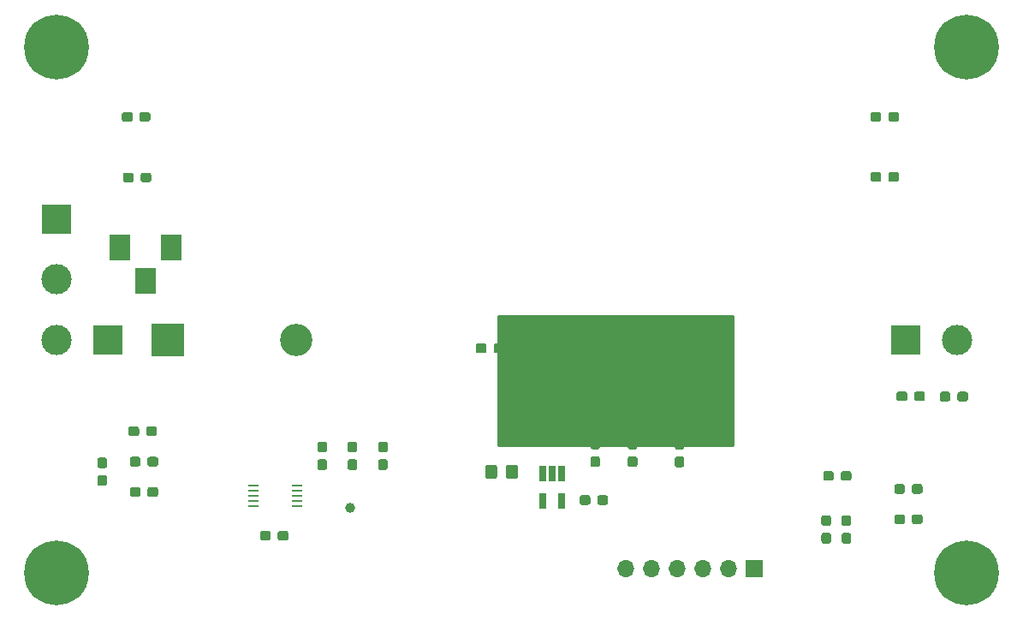
<source format=gts>
G04 #@! TF.GenerationSoftware,KiCad,Pcbnew,5.0.2-bee76a0~70~ubuntu16.04.1*
G04 #@! TF.CreationDate,2019-03-17T10:40:41+00:00*
G04 #@! TF.ProjectId,project,70726f6a-6563-4742-9e6b-696361645f70,rev?*
G04 #@! TF.SameCoordinates,Original*
G04 #@! TF.FileFunction,Soldermask,Top*
G04 #@! TF.FilePolarity,Negative*
%FSLAX46Y46*%
G04 Gerber Fmt 4.6, Leading zero omitted, Abs format (unit mm)*
G04 Created by KiCad (PCBNEW 5.0.2-bee76a0~70~ubuntu16.04.1) date Sun 17 Mar 2019 10:40:41 GMT*
%MOMM*%
%LPD*%
G01*
G04 APERTURE LIST*
%ADD10R,2.000000X2.510000*%
%ADD11C,3.000000*%
%ADD12R,3.000000X3.000000*%
%ADD13C,0.100000*%
%ADD14C,0.950000*%
%ADD15R,1.700000X1.700000*%
%ADD16O,1.700000X1.700000*%
%ADD17C,1.150000*%
%ADD18R,1.100000X0.250000*%
%ADD19R,0.650000X1.560000*%
%ADD20C,1.000000*%
%ADD21R,3.200000X3.200000*%
%ADD22O,3.200000X3.200000*%
%ADD23C,6.400000*%
%ADD24C,0.254000*%
G04 APERTURE END LIST*
D10*
G04 #@! TO.C,J3*
X101300000Y-102155000D03*
X98760000Y-98845000D03*
X103840000Y-98845000D03*
G04 #@! TD*
D11*
G04 #@! TO.C,BT1*
X92500000Y-102000000D03*
D12*
X92500000Y-96000000D03*
D11*
X92500000Y-108000000D03*
D12*
X97580000Y-108000000D03*
G04 #@! TD*
D13*
G04 #@! TO.C,C1*
G36*
X149710779Y-117726144D02*
X149733834Y-117729563D01*
X149756443Y-117735227D01*
X149778387Y-117743079D01*
X149799457Y-117753044D01*
X149819448Y-117765026D01*
X149838168Y-117778910D01*
X149855438Y-117794562D01*
X149871090Y-117811832D01*
X149884974Y-117830552D01*
X149896956Y-117850543D01*
X149906921Y-117871613D01*
X149914773Y-117893557D01*
X149920437Y-117916166D01*
X149923856Y-117939221D01*
X149925000Y-117962500D01*
X149925000Y-118537500D01*
X149923856Y-118560779D01*
X149920437Y-118583834D01*
X149914773Y-118606443D01*
X149906921Y-118628387D01*
X149896956Y-118649457D01*
X149884974Y-118669448D01*
X149871090Y-118688168D01*
X149855438Y-118705438D01*
X149838168Y-118721090D01*
X149819448Y-118734974D01*
X149799457Y-118746956D01*
X149778387Y-118756921D01*
X149756443Y-118764773D01*
X149733834Y-118770437D01*
X149710779Y-118773856D01*
X149687500Y-118775000D01*
X149212500Y-118775000D01*
X149189221Y-118773856D01*
X149166166Y-118770437D01*
X149143557Y-118764773D01*
X149121613Y-118756921D01*
X149100543Y-118746956D01*
X149080552Y-118734974D01*
X149061832Y-118721090D01*
X149044562Y-118705438D01*
X149028910Y-118688168D01*
X149015026Y-118669448D01*
X149003044Y-118649457D01*
X148993079Y-118628387D01*
X148985227Y-118606443D01*
X148979563Y-118583834D01*
X148976144Y-118560779D01*
X148975000Y-118537500D01*
X148975000Y-117962500D01*
X148976144Y-117939221D01*
X148979563Y-117916166D01*
X148985227Y-117893557D01*
X148993079Y-117871613D01*
X149003044Y-117850543D01*
X149015026Y-117830552D01*
X149028910Y-117811832D01*
X149044562Y-117794562D01*
X149061832Y-117778910D01*
X149080552Y-117765026D01*
X149100543Y-117753044D01*
X149121613Y-117743079D01*
X149143557Y-117735227D01*
X149166166Y-117729563D01*
X149189221Y-117726144D01*
X149212500Y-117725000D01*
X149687500Y-117725000D01*
X149710779Y-117726144D01*
X149710779Y-117726144D01*
G37*
D14*
X149450000Y-118250000D03*
D13*
G36*
X149710779Y-119476144D02*
X149733834Y-119479563D01*
X149756443Y-119485227D01*
X149778387Y-119493079D01*
X149799457Y-119503044D01*
X149819448Y-119515026D01*
X149838168Y-119528910D01*
X149855438Y-119544562D01*
X149871090Y-119561832D01*
X149884974Y-119580552D01*
X149896956Y-119600543D01*
X149906921Y-119621613D01*
X149914773Y-119643557D01*
X149920437Y-119666166D01*
X149923856Y-119689221D01*
X149925000Y-119712500D01*
X149925000Y-120287500D01*
X149923856Y-120310779D01*
X149920437Y-120333834D01*
X149914773Y-120356443D01*
X149906921Y-120378387D01*
X149896956Y-120399457D01*
X149884974Y-120419448D01*
X149871090Y-120438168D01*
X149855438Y-120455438D01*
X149838168Y-120471090D01*
X149819448Y-120484974D01*
X149799457Y-120496956D01*
X149778387Y-120506921D01*
X149756443Y-120514773D01*
X149733834Y-120520437D01*
X149710779Y-120523856D01*
X149687500Y-120525000D01*
X149212500Y-120525000D01*
X149189221Y-120523856D01*
X149166166Y-120520437D01*
X149143557Y-120514773D01*
X149121613Y-120506921D01*
X149100543Y-120496956D01*
X149080552Y-120484974D01*
X149061832Y-120471090D01*
X149044562Y-120455438D01*
X149028910Y-120438168D01*
X149015026Y-120419448D01*
X149003044Y-120399457D01*
X148993079Y-120378387D01*
X148985227Y-120356443D01*
X148979563Y-120333834D01*
X148976144Y-120310779D01*
X148975000Y-120287500D01*
X148975000Y-119712500D01*
X148976144Y-119689221D01*
X148979563Y-119666166D01*
X148985227Y-119643557D01*
X148993079Y-119621613D01*
X149003044Y-119600543D01*
X149015026Y-119580552D01*
X149028910Y-119561832D01*
X149044562Y-119544562D01*
X149061832Y-119528910D01*
X149080552Y-119515026D01*
X149100543Y-119503044D01*
X149121613Y-119493079D01*
X149143557Y-119485227D01*
X149166166Y-119479563D01*
X149189221Y-119476144D01*
X149212500Y-119475000D01*
X149687500Y-119475000D01*
X149710779Y-119476144D01*
X149710779Y-119476144D01*
G37*
D14*
X149450000Y-120000000D03*
G04 #@! TD*
D13*
G04 #@! TO.C,C2*
G36*
X115190779Y-126856144D02*
X115213834Y-126859563D01*
X115236443Y-126865227D01*
X115258387Y-126873079D01*
X115279457Y-126883044D01*
X115299448Y-126895026D01*
X115318168Y-126908910D01*
X115335438Y-126924562D01*
X115351090Y-126941832D01*
X115364974Y-126960552D01*
X115376956Y-126980543D01*
X115386921Y-127001613D01*
X115394773Y-127023557D01*
X115400437Y-127046166D01*
X115403856Y-127069221D01*
X115405000Y-127092500D01*
X115405000Y-127567500D01*
X115403856Y-127590779D01*
X115400437Y-127613834D01*
X115394773Y-127636443D01*
X115386921Y-127658387D01*
X115376956Y-127679457D01*
X115364974Y-127699448D01*
X115351090Y-127718168D01*
X115335438Y-127735438D01*
X115318168Y-127751090D01*
X115299448Y-127764974D01*
X115279457Y-127776956D01*
X115258387Y-127786921D01*
X115236443Y-127794773D01*
X115213834Y-127800437D01*
X115190779Y-127803856D01*
X115167500Y-127805000D01*
X114592500Y-127805000D01*
X114569221Y-127803856D01*
X114546166Y-127800437D01*
X114523557Y-127794773D01*
X114501613Y-127786921D01*
X114480543Y-127776956D01*
X114460552Y-127764974D01*
X114441832Y-127751090D01*
X114424562Y-127735438D01*
X114408910Y-127718168D01*
X114395026Y-127699448D01*
X114383044Y-127679457D01*
X114373079Y-127658387D01*
X114365227Y-127636443D01*
X114359563Y-127613834D01*
X114356144Y-127590779D01*
X114355000Y-127567500D01*
X114355000Y-127092500D01*
X114356144Y-127069221D01*
X114359563Y-127046166D01*
X114365227Y-127023557D01*
X114373079Y-127001613D01*
X114383044Y-126980543D01*
X114395026Y-126960552D01*
X114408910Y-126941832D01*
X114424562Y-126924562D01*
X114441832Y-126908910D01*
X114460552Y-126895026D01*
X114480543Y-126883044D01*
X114501613Y-126873079D01*
X114523557Y-126865227D01*
X114546166Y-126859563D01*
X114569221Y-126856144D01*
X114592500Y-126855000D01*
X115167500Y-126855000D01*
X115190779Y-126856144D01*
X115190779Y-126856144D01*
G37*
D14*
X114880000Y-127330000D03*
D13*
G36*
X113440779Y-126856144D02*
X113463834Y-126859563D01*
X113486443Y-126865227D01*
X113508387Y-126873079D01*
X113529457Y-126883044D01*
X113549448Y-126895026D01*
X113568168Y-126908910D01*
X113585438Y-126924562D01*
X113601090Y-126941832D01*
X113614974Y-126960552D01*
X113626956Y-126980543D01*
X113636921Y-127001613D01*
X113644773Y-127023557D01*
X113650437Y-127046166D01*
X113653856Y-127069221D01*
X113655000Y-127092500D01*
X113655000Y-127567500D01*
X113653856Y-127590779D01*
X113650437Y-127613834D01*
X113644773Y-127636443D01*
X113636921Y-127658387D01*
X113626956Y-127679457D01*
X113614974Y-127699448D01*
X113601090Y-127718168D01*
X113585438Y-127735438D01*
X113568168Y-127751090D01*
X113549448Y-127764974D01*
X113529457Y-127776956D01*
X113508387Y-127786921D01*
X113486443Y-127794773D01*
X113463834Y-127800437D01*
X113440779Y-127803856D01*
X113417500Y-127805000D01*
X112842500Y-127805000D01*
X112819221Y-127803856D01*
X112796166Y-127800437D01*
X112773557Y-127794773D01*
X112751613Y-127786921D01*
X112730543Y-127776956D01*
X112710552Y-127764974D01*
X112691832Y-127751090D01*
X112674562Y-127735438D01*
X112658910Y-127718168D01*
X112645026Y-127699448D01*
X112633044Y-127679457D01*
X112623079Y-127658387D01*
X112615227Y-127636443D01*
X112609563Y-127613834D01*
X112606144Y-127590779D01*
X112605000Y-127567500D01*
X112605000Y-127092500D01*
X112606144Y-127069221D01*
X112609563Y-127046166D01*
X112615227Y-127023557D01*
X112623079Y-127001613D01*
X112633044Y-126980543D01*
X112645026Y-126960552D01*
X112658910Y-126941832D01*
X112674562Y-126924562D01*
X112691832Y-126908910D01*
X112710552Y-126895026D01*
X112730543Y-126883044D01*
X112751613Y-126873079D01*
X112773557Y-126865227D01*
X112796166Y-126859563D01*
X112819221Y-126856144D01*
X112842500Y-126855000D01*
X113417500Y-126855000D01*
X113440779Y-126856144D01*
X113440779Y-126856144D01*
G37*
D14*
X113130000Y-127330000D03*
G04 #@! TD*
D13*
G04 #@! TO.C,C3*
G36*
X146010779Y-117726144D02*
X146033834Y-117729563D01*
X146056443Y-117735227D01*
X146078387Y-117743079D01*
X146099457Y-117753044D01*
X146119448Y-117765026D01*
X146138168Y-117778910D01*
X146155438Y-117794562D01*
X146171090Y-117811832D01*
X146184974Y-117830552D01*
X146196956Y-117850543D01*
X146206921Y-117871613D01*
X146214773Y-117893557D01*
X146220437Y-117916166D01*
X146223856Y-117939221D01*
X146225000Y-117962500D01*
X146225000Y-118537500D01*
X146223856Y-118560779D01*
X146220437Y-118583834D01*
X146214773Y-118606443D01*
X146206921Y-118628387D01*
X146196956Y-118649457D01*
X146184974Y-118669448D01*
X146171090Y-118688168D01*
X146155438Y-118705438D01*
X146138168Y-118721090D01*
X146119448Y-118734974D01*
X146099457Y-118746956D01*
X146078387Y-118756921D01*
X146056443Y-118764773D01*
X146033834Y-118770437D01*
X146010779Y-118773856D01*
X145987500Y-118775000D01*
X145512500Y-118775000D01*
X145489221Y-118773856D01*
X145466166Y-118770437D01*
X145443557Y-118764773D01*
X145421613Y-118756921D01*
X145400543Y-118746956D01*
X145380552Y-118734974D01*
X145361832Y-118721090D01*
X145344562Y-118705438D01*
X145328910Y-118688168D01*
X145315026Y-118669448D01*
X145303044Y-118649457D01*
X145293079Y-118628387D01*
X145285227Y-118606443D01*
X145279563Y-118583834D01*
X145276144Y-118560779D01*
X145275000Y-118537500D01*
X145275000Y-117962500D01*
X145276144Y-117939221D01*
X145279563Y-117916166D01*
X145285227Y-117893557D01*
X145293079Y-117871613D01*
X145303044Y-117850543D01*
X145315026Y-117830552D01*
X145328910Y-117811832D01*
X145344562Y-117794562D01*
X145361832Y-117778910D01*
X145380552Y-117765026D01*
X145400543Y-117753044D01*
X145421613Y-117743079D01*
X145443557Y-117735227D01*
X145466166Y-117729563D01*
X145489221Y-117726144D01*
X145512500Y-117725000D01*
X145987500Y-117725000D01*
X146010779Y-117726144D01*
X146010779Y-117726144D01*
G37*
D14*
X145750000Y-118250000D03*
D13*
G36*
X146010779Y-119476144D02*
X146033834Y-119479563D01*
X146056443Y-119485227D01*
X146078387Y-119493079D01*
X146099457Y-119503044D01*
X146119448Y-119515026D01*
X146138168Y-119528910D01*
X146155438Y-119544562D01*
X146171090Y-119561832D01*
X146184974Y-119580552D01*
X146196956Y-119600543D01*
X146206921Y-119621613D01*
X146214773Y-119643557D01*
X146220437Y-119666166D01*
X146223856Y-119689221D01*
X146225000Y-119712500D01*
X146225000Y-120287500D01*
X146223856Y-120310779D01*
X146220437Y-120333834D01*
X146214773Y-120356443D01*
X146206921Y-120378387D01*
X146196956Y-120399457D01*
X146184974Y-120419448D01*
X146171090Y-120438168D01*
X146155438Y-120455438D01*
X146138168Y-120471090D01*
X146119448Y-120484974D01*
X146099457Y-120496956D01*
X146078387Y-120506921D01*
X146056443Y-120514773D01*
X146033834Y-120520437D01*
X146010779Y-120523856D01*
X145987500Y-120525000D01*
X145512500Y-120525000D01*
X145489221Y-120523856D01*
X145466166Y-120520437D01*
X145443557Y-120514773D01*
X145421613Y-120506921D01*
X145400543Y-120496956D01*
X145380552Y-120484974D01*
X145361832Y-120471090D01*
X145344562Y-120455438D01*
X145328910Y-120438168D01*
X145315026Y-120419448D01*
X145303044Y-120399457D01*
X145293079Y-120378387D01*
X145285227Y-120356443D01*
X145279563Y-120333834D01*
X145276144Y-120310779D01*
X145275000Y-120287500D01*
X145275000Y-119712500D01*
X145276144Y-119689221D01*
X145279563Y-119666166D01*
X145285227Y-119643557D01*
X145293079Y-119621613D01*
X145303044Y-119600543D01*
X145315026Y-119580552D01*
X145328910Y-119561832D01*
X145344562Y-119544562D01*
X145361832Y-119528910D01*
X145380552Y-119515026D01*
X145400543Y-119503044D01*
X145421613Y-119493079D01*
X145443557Y-119485227D01*
X145466166Y-119479563D01*
X145489221Y-119476144D01*
X145512500Y-119475000D01*
X145987500Y-119475000D01*
X146010779Y-119476144D01*
X146010779Y-119476144D01*
G37*
D14*
X145750000Y-120000000D03*
G04 #@! TD*
D13*
G04 #@! TO.C,C4*
G36*
X170885779Y-120951144D02*
X170908834Y-120954563D01*
X170931443Y-120960227D01*
X170953387Y-120968079D01*
X170974457Y-120978044D01*
X170994448Y-120990026D01*
X171013168Y-121003910D01*
X171030438Y-121019562D01*
X171046090Y-121036832D01*
X171059974Y-121055552D01*
X171071956Y-121075543D01*
X171081921Y-121096613D01*
X171089773Y-121118557D01*
X171095437Y-121141166D01*
X171098856Y-121164221D01*
X171100000Y-121187500D01*
X171100000Y-121662500D01*
X171098856Y-121685779D01*
X171095437Y-121708834D01*
X171089773Y-121731443D01*
X171081921Y-121753387D01*
X171071956Y-121774457D01*
X171059974Y-121794448D01*
X171046090Y-121813168D01*
X171030438Y-121830438D01*
X171013168Y-121846090D01*
X170994448Y-121859974D01*
X170974457Y-121871956D01*
X170953387Y-121881921D01*
X170931443Y-121889773D01*
X170908834Y-121895437D01*
X170885779Y-121898856D01*
X170862500Y-121900000D01*
X170287500Y-121900000D01*
X170264221Y-121898856D01*
X170241166Y-121895437D01*
X170218557Y-121889773D01*
X170196613Y-121881921D01*
X170175543Y-121871956D01*
X170155552Y-121859974D01*
X170136832Y-121846090D01*
X170119562Y-121830438D01*
X170103910Y-121813168D01*
X170090026Y-121794448D01*
X170078044Y-121774457D01*
X170068079Y-121753387D01*
X170060227Y-121731443D01*
X170054563Y-121708834D01*
X170051144Y-121685779D01*
X170050000Y-121662500D01*
X170050000Y-121187500D01*
X170051144Y-121164221D01*
X170054563Y-121141166D01*
X170060227Y-121118557D01*
X170068079Y-121096613D01*
X170078044Y-121075543D01*
X170090026Y-121055552D01*
X170103910Y-121036832D01*
X170119562Y-121019562D01*
X170136832Y-121003910D01*
X170155552Y-120990026D01*
X170175543Y-120978044D01*
X170196613Y-120968079D01*
X170218557Y-120960227D01*
X170241166Y-120954563D01*
X170264221Y-120951144D01*
X170287500Y-120950000D01*
X170862500Y-120950000D01*
X170885779Y-120951144D01*
X170885779Y-120951144D01*
G37*
D14*
X170575000Y-121425000D03*
D13*
G36*
X169135779Y-120951144D02*
X169158834Y-120954563D01*
X169181443Y-120960227D01*
X169203387Y-120968079D01*
X169224457Y-120978044D01*
X169244448Y-120990026D01*
X169263168Y-121003910D01*
X169280438Y-121019562D01*
X169296090Y-121036832D01*
X169309974Y-121055552D01*
X169321956Y-121075543D01*
X169331921Y-121096613D01*
X169339773Y-121118557D01*
X169345437Y-121141166D01*
X169348856Y-121164221D01*
X169350000Y-121187500D01*
X169350000Y-121662500D01*
X169348856Y-121685779D01*
X169345437Y-121708834D01*
X169339773Y-121731443D01*
X169331921Y-121753387D01*
X169321956Y-121774457D01*
X169309974Y-121794448D01*
X169296090Y-121813168D01*
X169280438Y-121830438D01*
X169263168Y-121846090D01*
X169244448Y-121859974D01*
X169224457Y-121871956D01*
X169203387Y-121881921D01*
X169181443Y-121889773D01*
X169158834Y-121895437D01*
X169135779Y-121898856D01*
X169112500Y-121900000D01*
X168537500Y-121900000D01*
X168514221Y-121898856D01*
X168491166Y-121895437D01*
X168468557Y-121889773D01*
X168446613Y-121881921D01*
X168425543Y-121871956D01*
X168405552Y-121859974D01*
X168386832Y-121846090D01*
X168369562Y-121830438D01*
X168353910Y-121813168D01*
X168340026Y-121794448D01*
X168328044Y-121774457D01*
X168318079Y-121753387D01*
X168310227Y-121731443D01*
X168304563Y-121708834D01*
X168301144Y-121685779D01*
X168300000Y-121662500D01*
X168300000Y-121187500D01*
X168301144Y-121164221D01*
X168304563Y-121141166D01*
X168310227Y-121118557D01*
X168318079Y-121096613D01*
X168328044Y-121075543D01*
X168340026Y-121055552D01*
X168353910Y-121036832D01*
X168369562Y-121019562D01*
X168386832Y-121003910D01*
X168405552Y-120990026D01*
X168425543Y-120978044D01*
X168446613Y-120968079D01*
X168468557Y-120960227D01*
X168491166Y-120954563D01*
X168514221Y-120951144D01*
X168537500Y-120950000D01*
X169112500Y-120950000D01*
X169135779Y-120951144D01*
X169135779Y-120951144D01*
G37*
D14*
X168825000Y-121425000D03*
G04 #@! TD*
D13*
G04 #@! TO.C,C5*
G36*
X146810779Y-123326144D02*
X146833834Y-123329563D01*
X146856443Y-123335227D01*
X146878387Y-123343079D01*
X146899457Y-123353044D01*
X146919448Y-123365026D01*
X146938168Y-123378910D01*
X146955438Y-123394562D01*
X146971090Y-123411832D01*
X146984974Y-123430552D01*
X146996956Y-123450543D01*
X147006921Y-123471613D01*
X147014773Y-123493557D01*
X147020437Y-123516166D01*
X147023856Y-123539221D01*
X147025000Y-123562500D01*
X147025000Y-124037500D01*
X147023856Y-124060779D01*
X147020437Y-124083834D01*
X147014773Y-124106443D01*
X147006921Y-124128387D01*
X146996956Y-124149457D01*
X146984974Y-124169448D01*
X146971090Y-124188168D01*
X146955438Y-124205438D01*
X146938168Y-124221090D01*
X146919448Y-124234974D01*
X146899457Y-124246956D01*
X146878387Y-124256921D01*
X146856443Y-124264773D01*
X146833834Y-124270437D01*
X146810779Y-124273856D01*
X146787500Y-124275000D01*
X146212500Y-124275000D01*
X146189221Y-124273856D01*
X146166166Y-124270437D01*
X146143557Y-124264773D01*
X146121613Y-124256921D01*
X146100543Y-124246956D01*
X146080552Y-124234974D01*
X146061832Y-124221090D01*
X146044562Y-124205438D01*
X146028910Y-124188168D01*
X146015026Y-124169448D01*
X146003044Y-124149457D01*
X145993079Y-124128387D01*
X145985227Y-124106443D01*
X145979563Y-124083834D01*
X145976144Y-124060779D01*
X145975000Y-124037500D01*
X145975000Y-123562500D01*
X145976144Y-123539221D01*
X145979563Y-123516166D01*
X145985227Y-123493557D01*
X145993079Y-123471613D01*
X146003044Y-123450543D01*
X146015026Y-123430552D01*
X146028910Y-123411832D01*
X146044562Y-123394562D01*
X146061832Y-123378910D01*
X146080552Y-123365026D01*
X146100543Y-123353044D01*
X146121613Y-123343079D01*
X146143557Y-123335227D01*
X146166166Y-123329563D01*
X146189221Y-123326144D01*
X146212500Y-123325000D01*
X146787500Y-123325000D01*
X146810779Y-123326144D01*
X146810779Y-123326144D01*
G37*
D14*
X146500000Y-123800000D03*
D13*
G36*
X145060779Y-123326144D02*
X145083834Y-123329563D01*
X145106443Y-123335227D01*
X145128387Y-123343079D01*
X145149457Y-123353044D01*
X145169448Y-123365026D01*
X145188168Y-123378910D01*
X145205438Y-123394562D01*
X145221090Y-123411832D01*
X145234974Y-123430552D01*
X145246956Y-123450543D01*
X145256921Y-123471613D01*
X145264773Y-123493557D01*
X145270437Y-123516166D01*
X145273856Y-123539221D01*
X145275000Y-123562500D01*
X145275000Y-124037500D01*
X145273856Y-124060779D01*
X145270437Y-124083834D01*
X145264773Y-124106443D01*
X145256921Y-124128387D01*
X145246956Y-124149457D01*
X145234974Y-124169448D01*
X145221090Y-124188168D01*
X145205438Y-124205438D01*
X145188168Y-124221090D01*
X145169448Y-124234974D01*
X145149457Y-124246956D01*
X145128387Y-124256921D01*
X145106443Y-124264773D01*
X145083834Y-124270437D01*
X145060779Y-124273856D01*
X145037500Y-124275000D01*
X144462500Y-124275000D01*
X144439221Y-124273856D01*
X144416166Y-124270437D01*
X144393557Y-124264773D01*
X144371613Y-124256921D01*
X144350543Y-124246956D01*
X144330552Y-124234974D01*
X144311832Y-124221090D01*
X144294562Y-124205438D01*
X144278910Y-124188168D01*
X144265026Y-124169448D01*
X144253044Y-124149457D01*
X144243079Y-124128387D01*
X144235227Y-124106443D01*
X144229563Y-124083834D01*
X144226144Y-124060779D01*
X144225000Y-124037500D01*
X144225000Y-123562500D01*
X144226144Y-123539221D01*
X144229563Y-123516166D01*
X144235227Y-123493557D01*
X144243079Y-123471613D01*
X144253044Y-123450543D01*
X144265026Y-123430552D01*
X144278910Y-123411832D01*
X144294562Y-123394562D01*
X144311832Y-123378910D01*
X144330552Y-123365026D01*
X144350543Y-123353044D01*
X144371613Y-123343079D01*
X144393557Y-123335227D01*
X144416166Y-123329563D01*
X144439221Y-123326144D01*
X144462500Y-123325000D01*
X145037500Y-123325000D01*
X145060779Y-123326144D01*
X145060779Y-123326144D01*
G37*
D14*
X144750000Y-123800000D03*
G04 #@! TD*
D13*
G04 #@! TO.C,C6*
G36*
X168860779Y-125301144D02*
X168883834Y-125304563D01*
X168906443Y-125310227D01*
X168928387Y-125318079D01*
X168949457Y-125328044D01*
X168969448Y-125340026D01*
X168988168Y-125353910D01*
X169005438Y-125369562D01*
X169021090Y-125386832D01*
X169034974Y-125405552D01*
X169046956Y-125425543D01*
X169056921Y-125446613D01*
X169064773Y-125468557D01*
X169070437Y-125491166D01*
X169073856Y-125514221D01*
X169075000Y-125537500D01*
X169075000Y-126112500D01*
X169073856Y-126135779D01*
X169070437Y-126158834D01*
X169064773Y-126181443D01*
X169056921Y-126203387D01*
X169046956Y-126224457D01*
X169034974Y-126244448D01*
X169021090Y-126263168D01*
X169005438Y-126280438D01*
X168988168Y-126296090D01*
X168969448Y-126309974D01*
X168949457Y-126321956D01*
X168928387Y-126331921D01*
X168906443Y-126339773D01*
X168883834Y-126345437D01*
X168860779Y-126348856D01*
X168837500Y-126350000D01*
X168362500Y-126350000D01*
X168339221Y-126348856D01*
X168316166Y-126345437D01*
X168293557Y-126339773D01*
X168271613Y-126331921D01*
X168250543Y-126321956D01*
X168230552Y-126309974D01*
X168211832Y-126296090D01*
X168194562Y-126280438D01*
X168178910Y-126263168D01*
X168165026Y-126244448D01*
X168153044Y-126224457D01*
X168143079Y-126203387D01*
X168135227Y-126181443D01*
X168129563Y-126158834D01*
X168126144Y-126135779D01*
X168125000Y-126112500D01*
X168125000Y-125537500D01*
X168126144Y-125514221D01*
X168129563Y-125491166D01*
X168135227Y-125468557D01*
X168143079Y-125446613D01*
X168153044Y-125425543D01*
X168165026Y-125405552D01*
X168178910Y-125386832D01*
X168194562Y-125369562D01*
X168211832Y-125353910D01*
X168230552Y-125340026D01*
X168250543Y-125328044D01*
X168271613Y-125318079D01*
X168293557Y-125310227D01*
X168316166Y-125304563D01*
X168339221Y-125301144D01*
X168362500Y-125300000D01*
X168837500Y-125300000D01*
X168860779Y-125301144D01*
X168860779Y-125301144D01*
G37*
D14*
X168600000Y-125825000D03*
D13*
G36*
X168860779Y-127051144D02*
X168883834Y-127054563D01*
X168906443Y-127060227D01*
X168928387Y-127068079D01*
X168949457Y-127078044D01*
X168969448Y-127090026D01*
X168988168Y-127103910D01*
X169005438Y-127119562D01*
X169021090Y-127136832D01*
X169034974Y-127155552D01*
X169046956Y-127175543D01*
X169056921Y-127196613D01*
X169064773Y-127218557D01*
X169070437Y-127241166D01*
X169073856Y-127264221D01*
X169075000Y-127287500D01*
X169075000Y-127862500D01*
X169073856Y-127885779D01*
X169070437Y-127908834D01*
X169064773Y-127931443D01*
X169056921Y-127953387D01*
X169046956Y-127974457D01*
X169034974Y-127994448D01*
X169021090Y-128013168D01*
X169005438Y-128030438D01*
X168988168Y-128046090D01*
X168969448Y-128059974D01*
X168949457Y-128071956D01*
X168928387Y-128081921D01*
X168906443Y-128089773D01*
X168883834Y-128095437D01*
X168860779Y-128098856D01*
X168837500Y-128100000D01*
X168362500Y-128100000D01*
X168339221Y-128098856D01*
X168316166Y-128095437D01*
X168293557Y-128089773D01*
X168271613Y-128081921D01*
X168250543Y-128071956D01*
X168230552Y-128059974D01*
X168211832Y-128046090D01*
X168194562Y-128030438D01*
X168178910Y-128013168D01*
X168165026Y-127994448D01*
X168153044Y-127974457D01*
X168143079Y-127953387D01*
X168135227Y-127931443D01*
X168129563Y-127908834D01*
X168126144Y-127885779D01*
X168125000Y-127862500D01*
X168125000Y-127287500D01*
X168126144Y-127264221D01*
X168129563Y-127241166D01*
X168135227Y-127218557D01*
X168143079Y-127196613D01*
X168153044Y-127175543D01*
X168165026Y-127155552D01*
X168178910Y-127136832D01*
X168194562Y-127119562D01*
X168211832Y-127103910D01*
X168230552Y-127090026D01*
X168250543Y-127078044D01*
X168271613Y-127068079D01*
X168293557Y-127060227D01*
X168316166Y-127054563D01*
X168339221Y-127051144D01*
X168362500Y-127050000D01*
X168837500Y-127050000D01*
X168860779Y-127051144D01*
X168860779Y-127051144D01*
G37*
D14*
X168600000Y-127575000D03*
G04 #@! TD*
D13*
G04 #@! TO.C,C7*
G36*
X170860779Y-127051144D02*
X170883834Y-127054563D01*
X170906443Y-127060227D01*
X170928387Y-127068079D01*
X170949457Y-127078044D01*
X170969448Y-127090026D01*
X170988168Y-127103910D01*
X171005438Y-127119562D01*
X171021090Y-127136832D01*
X171034974Y-127155552D01*
X171046956Y-127175543D01*
X171056921Y-127196613D01*
X171064773Y-127218557D01*
X171070437Y-127241166D01*
X171073856Y-127264221D01*
X171075000Y-127287500D01*
X171075000Y-127862500D01*
X171073856Y-127885779D01*
X171070437Y-127908834D01*
X171064773Y-127931443D01*
X171056921Y-127953387D01*
X171046956Y-127974457D01*
X171034974Y-127994448D01*
X171021090Y-128013168D01*
X171005438Y-128030438D01*
X170988168Y-128046090D01*
X170969448Y-128059974D01*
X170949457Y-128071956D01*
X170928387Y-128081921D01*
X170906443Y-128089773D01*
X170883834Y-128095437D01*
X170860779Y-128098856D01*
X170837500Y-128100000D01*
X170362500Y-128100000D01*
X170339221Y-128098856D01*
X170316166Y-128095437D01*
X170293557Y-128089773D01*
X170271613Y-128081921D01*
X170250543Y-128071956D01*
X170230552Y-128059974D01*
X170211832Y-128046090D01*
X170194562Y-128030438D01*
X170178910Y-128013168D01*
X170165026Y-127994448D01*
X170153044Y-127974457D01*
X170143079Y-127953387D01*
X170135227Y-127931443D01*
X170129563Y-127908834D01*
X170126144Y-127885779D01*
X170125000Y-127862500D01*
X170125000Y-127287500D01*
X170126144Y-127264221D01*
X170129563Y-127241166D01*
X170135227Y-127218557D01*
X170143079Y-127196613D01*
X170153044Y-127175543D01*
X170165026Y-127155552D01*
X170178910Y-127136832D01*
X170194562Y-127119562D01*
X170211832Y-127103910D01*
X170230552Y-127090026D01*
X170250543Y-127078044D01*
X170271613Y-127068079D01*
X170293557Y-127060227D01*
X170316166Y-127054563D01*
X170339221Y-127051144D01*
X170362500Y-127050000D01*
X170837500Y-127050000D01*
X170860779Y-127051144D01*
X170860779Y-127051144D01*
G37*
D14*
X170600000Y-127575000D03*
D13*
G36*
X170860779Y-125301144D02*
X170883834Y-125304563D01*
X170906443Y-125310227D01*
X170928387Y-125318079D01*
X170949457Y-125328044D01*
X170969448Y-125340026D01*
X170988168Y-125353910D01*
X171005438Y-125369562D01*
X171021090Y-125386832D01*
X171034974Y-125405552D01*
X171046956Y-125425543D01*
X171056921Y-125446613D01*
X171064773Y-125468557D01*
X171070437Y-125491166D01*
X171073856Y-125514221D01*
X171075000Y-125537500D01*
X171075000Y-126112500D01*
X171073856Y-126135779D01*
X171070437Y-126158834D01*
X171064773Y-126181443D01*
X171056921Y-126203387D01*
X171046956Y-126224457D01*
X171034974Y-126244448D01*
X171021090Y-126263168D01*
X171005438Y-126280438D01*
X170988168Y-126296090D01*
X170969448Y-126309974D01*
X170949457Y-126321956D01*
X170928387Y-126331921D01*
X170906443Y-126339773D01*
X170883834Y-126345437D01*
X170860779Y-126348856D01*
X170837500Y-126350000D01*
X170362500Y-126350000D01*
X170339221Y-126348856D01*
X170316166Y-126345437D01*
X170293557Y-126339773D01*
X170271613Y-126331921D01*
X170250543Y-126321956D01*
X170230552Y-126309974D01*
X170211832Y-126296090D01*
X170194562Y-126280438D01*
X170178910Y-126263168D01*
X170165026Y-126244448D01*
X170153044Y-126224457D01*
X170143079Y-126203387D01*
X170135227Y-126181443D01*
X170129563Y-126158834D01*
X170126144Y-126135779D01*
X170125000Y-126112500D01*
X170125000Y-125537500D01*
X170126144Y-125514221D01*
X170129563Y-125491166D01*
X170135227Y-125468557D01*
X170143079Y-125446613D01*
X170153044Y-125425543D01*
X170165026Y-125405552D01*
X170178910Y-125386832D01*
X170194562Y-125369562D01*
X170211832Y-125353910D01*
X170230552Y-125340026D01*
X170250543Y-125328044D01*
X170271613Y-125318079D01*
X170293557Y-125310227D01*
X170316166Y-125304563D01*
X170339221Y-125301144D01*
X170362500Y-125300000D01*
X170837500Y-125300000D01*
X170860779Y-125301144D01*
X170860779Y-125301144D01*
G37*
D14*
X170600000Y-125825000D03*
G04 #@! TD*
D13*
G04 #@! TO.C,C8*
G36*
X176160779Y-125226144D02*
X176183834Y-125229563D01*
X176206443Y-125235227D01*
X176228387Y-125243079D01*
X176249457Y-125253044D01*
X176269448Y-125265026D01*
X176288168Y-125278910D01*
X176305438Y-125294562D01*
X176321090Y-125311832D01*
X176334974Y-125330552D01*
X176346956Y-125350543D01*
X176356921Y-125371613D01*
X176364773Y-125393557D01*
X176370437Y-125416166D01*
X176373856Y-125439221D01*
X176375000Y-125462500D01*
X176375000Y-125937500D01*
X176373856Y-125960779D01*
X176370437Y-125983834D01*
X176364773Y-126006443D01*
X176356921Y-126028387D01*
X176346956Y-126049457D01*
X176334974Y-126069448D01*
X176321090Y-126088168D01*
X176305438Y-126105438D01*
X176288168Y-126121090D01*
X176269448Y-126134974D01*
X176249457Y-126146956D01*
X176228387Y-126156921D01*
X176206443Y-126164773D01*
X176183834Y-126170437D01*
X176160779Y-126173856D01*
X176137500Y-126175000D01*
X175562500Y-126175000D01*
X175539221Y-126173856D01*
X175516166Y-126170437D01*
X175493557Y-126164773D01*
X175471613Y-126156921D01*
X175450543Y-126146956D01*
X175430552Y-126134974D01*
X175411832Y-126121090D01*
X175394562Y-126105438D01*
X175378910Y-126088168D01*
X175365026Y-126069448D01*
X175353044Y-126049457D01*
X175343079Y-126028387D01*
X175335227Y-126006443D01*
X175329563Y-125983834D01*
X175326144Y-125960779D01*
X175325000Y-125937500D01*
X175325000Y-125462500D01*
X175326144Y-125439221D01*
X175329563Y-125416166D01*
X175335227Y-125393557D01*
X175343079Y-125371613D01*
X175353044Y-125350543D01*
X175365026Y-125330552D01*
X175378910Y-125311832D01*
X175394562Y-125294562D01*
X175411832Y-125278910D01*
X175430552Y-125265026D01*
X175450543Y-125253044D01*
X175471613Y-125243079D01*
X175493557Y-125235227D01*
X175516166Y-125229563D01*
X175539221Y-125226144D01*
X175562500Y-125225000D01*
X176137500Y-125225000D01*
X176160779Y-125226144D01*
X176160779Y-125226144D01*
G37*
D14*
X175850000Y-125700000D03*
D13*
G36*
X177910779Y-125226144D02*
X177933834Y-125229563D01*
X177956443Y-125235227D01*
X177978387Y-125243079D01*
X177999457Y-125253044D01*
X178019448Y-125265026D01*
X178038168Y-125278910D01*
X178055438Y-125294562D01*
X178071090Y-125311832D01*
X178084974Y-125330552D01*
X178096956Y-125350543D01*
X178106921Y-125371613D01*
X178114773Y-125393557D01*
X178120437Y-125416166D01*
X178123856Y-125439221D01*
X178125000Y-125462500D01*
X178125000Y-125937500D01*
X178123856Y-125960779D01*
X178120437Y-125983834D01*
X178114773Y-126006443D01*
X178106921Y-126028387D01*
X178096956Y-126049457D01*
X178084974Y-126069448D01*
X178071090Y-126088168D01*
X178055438Y-126105438D01*
X178038168Y-126121090D01*
X178019448Y-126134974D01*
X177999457Y-126146956D01*
X177978387Y-126156921D01*
X177956443Y-126164773D01*
X177933834Y-126170437D01*
X177910779Y-126173856D01*
X177887500Y-126175000D01*
X177312500Y-126175000D01*
X177289221Y-126173856D01*
X177266166Y-126170437D01*
X177243557Y-126164773D01*
X177221613Y-126156921D01*
X177200543Y-126146956D01*
X177180552Y-126134974D01*
X177161832Y-126121090D01*
X177144562Y-126105438D01*
X177128910Y-126088168D01*
X177115026Y-126069448D01*
X177103044Y-126049457D01*
X177093079Y-126028387D01*
X177085227Y-126006443D01*
X177079563Y-125983834D01*
X177076144Y-125960779D01*
X177075000Y-125937500D01*
X177075000Y-125462500D01*
X177076144Y-125439221D01*
X177079563Y-125416166D01*
X177085227Y-125393557D01*
X177093079Y-125371613D01*
X177103044Y-125350543D01*
X177115026Y-125330552D01*
X177128910Y-125311832D01*
X177144562Y-125294562D01*
X177161832Y-125278910D01*
X177180552Y-125265026D01*
X177200543Y-125253044D01*
X177221613Y-125243079D01*
X177243557Y-125235227D01*
X177266166Y-125229563D01*
X177289221Y-125226144D01*
X177312500Y-125225000D01*
X177887500Y-125225000D01*
X177910779Y-125226144D01*
X177910779Y-125226144D01*
G37*
D14*
X177600000Y-125700000D03*
G04 #@! TD*
D13*
G04 #@! TO.C,C9*
G36*
X97260779Y-121351144D02*
X97283834Y-121354563D01*
X97306443Y-121360227D01*
X97328387Y-121368079D01*
X97349457Y-121378044D01*
X97369448Y-121390026D01*
X97388168Y-121403910D01*
X97405438Y-121419562D01*
X97421090Y-121436832D01*
X97434974Y-121455552D01*
X97446956Y-121475543D01*
X97456921Y-121496613D01*
X97464773Y-121518557D01*
X97470437Y-121541166D01*
X97473856Y-121564221D01*
X97475000Y-121587500D01*
X97475000Y-122162500D01*
X97473856Y-122185779D01*
X97470437Y-122208834D01*
X97464773Y-122231443D01*
X97456921Y-122253387D01*
X97446956Y-122274457D01*
X97434974Y-122294448D01*
X97421090Y-122313168D01*
X97405438Y-122330438D01*
X97388168Y-122346090D01*
X97369448Y-122359974D01*
X97349457Y-122371956D01*
X97328387Y-122381921D01*
X97306443Y-122389773D01*
X97283834Y-122395437D01*
X97260779Y-122398856D01*
X97237500Y-122400000D01*
X96762500Y-122400000D01*
X96739221Y-122398856D01*
X96716166Y-122395437D01*
X96693557Y-122389773D01*
X96671613Y-122381921D01*
X96650543Y-122371956D01*
X96630552Y-122359974D01*
X96611832Y-122346090D01*
X96594562Y-122330438D01*
X96578910Y-122313168D01*
X96565026Y-122294448D01*
X96553044Y-122274457D01*
X96543079Y-122253387D01*
X96535227Y-122231443D01*
X96529563Y-122208834D01*
X96526144Y-122185779D01*
X96525000Y-122162500D01*
X96525000Y-121587500D01*
X96526144Y-121564221D01*
X96529563Y-121541166D01*
X96535227Y-121518557D01*
X96543079Y-121496613D01*
X96553044Y-121475543D01*
X96565026Y-121455552D01*
X96578910Y-121436832D01*
X96594562Y-121419562D01*
X96611832Y-121403910D01*
X96630552Y-121390026D01*
X96650543Y-121378044D01*
X96671613Y-121368079D01*
X96693557Y-121360227D01*
X96716166Y-121354563D01*
X96739221Y-121351144D01*
X96762500Y-121350000D01*
X97237500Y-121350000D01*
X97260779Y-121351144D01*
X97260779Y-121351144D01*
G37*
D14*
X97000000Y-121875000D03*
D13*
G36*
X97260779Y-119601144D02*
X97283834Y-119604563D01*
X97306443Y-119610227D01*
X97328387Y-119618079D01*
X97349457Y-119628044D01*
X97369448Y-119640026D01*
X97388168Y-119653910D01*
X97405438Y-119669562D01*
X97421090Y-119686832D01*
X97434974Y-119705552D01*
X97446956Y-119725543D01*
X97456921Y-119746613D01*
X97464773Y-119768557D01*
X97470437Y-119791166D01*
X97473856Y-119814221D01*
X97475000Y-119837500D01*
X97475000Y-120412500D01*
X97473856Y-120435779D01*
X97470437Y-120458834D01*
X97464773Y-120481443D01*
X97456921Y-120503387D01*
X97446956Y-120524457D01*
X97434974Y-120544448D01*
X97421090Y-120563168D01*
X97405438Y-120580438D01*
X97388168Y-120596090D01*
X97369448Y-120609974D01*
X97349457Y-120621956D01*
X97328387Y-120631921D01*
X97306443Y-120639773D01*
X97283834Y-120645437D01*
X97260779Y-120648856D01*
X97237500Y-120650000D01*
X96762500Y-120650000D01*
X96739221Y-120648856D01*
X96716166Y-120645437D01*
X96693557Y-120639773D01*
X96671613Y-120631921D01*
X96650543Y-120621956D01*
X96630552Y-120609974D01*
X96611832Y-120596090D01*
X96594562Y-120580438D01*
X96578910Y-120563168D01*
X96565026Y-120544448D01*
X96553044Y-120524457D01*
X96543079Y-120503387D01*
X96535227Y-120481443D01*
X96529563Y-120458834D01*
X96526144Y-120435779D01*
X96525000Y-120412500D01*
X96525000Y-119837500D01*
X96526144Y-119814221D01*
X96529563Y-119791166D01*
X96535227Y-119768557D01*
X96543079Y-119746613D01*
X96553044Y-119725543D01*
X96565026Y-119705552D01*
X96578910Y-119686832D01*
X96594562Y-119669562D01*
X96611832Y-119653910D01*
X96630552Y-119640026D01*
X96650543Y-119628044D01*
X96671613Y-119618079D01*
X96693557Y-119610227D01*
X96716166Y-119604563D01*
X96739221Y-119601144D01*
X96762500Y-119600000D01*
X97237500Y-119600000D01*
X97260779Y-119601144D01*
X97260779Y-119601144D01*
G37*
D14*
X97000000Y-120125000D03*
G04 #@! TD*
D13*
G04 #@! TO.C,C10*
G36*
X136535779Y-108326144D02*
X136558834Y-108329563D01*
X136581443Y-108335227D01*
X136603387Y-108343079D01*
X136624457Y-108353044D01*
X136644448Y-108365026D01*
X136663168Y-108378910D01*
X136680438Y-108394562D01*
X136696090Y-108411832D01*
X136709974Y-108430552D01*
X136721956Y-108450543D01*
X136731921Y-108471613D01*
X136739773Y-108493557D01*
X136745437Y-108516166D01*
X136748856Y-108539221D01*
X136750000Y-108562500D01*
X136750000Y-109037500D01*
X136748856Y-109060779D01*
X136745437Y-109083834D01*
X136739773Y-109106443D01*
X136731921Y-109128387D01*
X136721956Y-109149457D01*
X136709974Y-109169448D01*
X136696090Y-109188168D01*
X136680438Y-109205438D01*
X136663168Y-109221090D01*
X136644448Y-109234974D01*
X136624457Y-109246956D01*
X136603387Y-109256921D01*
X136581443Y-109264773D01*
X136558834Y-109270437D01*
X136535779Y-109273856D01*
X136512500Y-109275000D01*
X135937500Y-109275000D01*
X135914221Y-109273856D01*
X135891166Y-109270437D01*
X135868557Y-109264773D01*
X135846613Y-109256921D01*
X135825543Y-109246956D01*
X135805552Y-109234974D01*
X135786832Y-109221090D01*
X135769562Y-109205438D01*
X135753910Y-109188168D01*
X135740026Y-109169448D01*
X135728044Y-109149457D01*
X135718079Y-109128387D01*
X135710227Y-109106443D01*
X135704563Y-109083834D01*
X135701144Y-109060779D01*
X135700000Y-109037500D01*
X135700000Y-108562500D01*
X135701144Y-108539221D01*
X135704563Y-108516166D01*
X135710227Y-108493557D01*
X135718079Y-108471613D01*
X135728044Y-108450543D01*
X135740026Y-108430552D01*
X135753910Y-108411832D01*
X135769562Y-108394562D01*
X135786832Y-108378910D01*
X135805552Y-108365026D01*
X135825543Y-108353044D01*
X135846613Y-108343079D01*
X135868557Y-108335227D01*
X135891166Y-108329563D01*
X135914221Y-108326144D01*
X135937500Y-108325000D01*
X136512500Y-108325000D01*
X136535779Y-108326144D01*
X136535779Y-108326144D01*
G37*
D14*
X136225000Y-108800000D03*
D13*
G36*
X134785779Y-108326144D02*
X134808834Y-108329563D01*
X134831443Y-108335227D01*
X134853387Y-108343079D01*
X134874457Y-108353044D01*
X134894448Y-108365026D01*
X134913168Y-108378910D01*
X134930438Y-108394562D01*
X134946090Y-108411832D01*
X134959974Y-108430552D01*
X134971956Y-108450543D01*
X134981921Y-108471613D01*
X134989773Y-108493557D01*
X134995437Y-108516166D01*
X134998856Y-108539221D01*
X135000000Y-108562500D01*
X135000000Y-109037500D01*
X134998856Y-109060779D01*
X134995437Y-109083834D01*
X134989773Y-109106443D01*
X134981921Y-109128387D01*
X134971956Y-109149457D01*
X134959974Y-109169448D01*
X134946090Y-109188168D01*
X134930438Y-109205438D01*
X134913168Y-109221090D01*
X134894448Y-109234974D01*
X134874457Y-109246956D01*
X134853387Y-109256921D01*
X134831443Y-109264773D01*
X134808834Y-109270437D01*
X134785779Y-109273856D01*
X134762500Y-109275000D01*
X134187500Y-109275000D01*
X134164221Y-109273856D01*
X134141166Y-109270437D01*
X134118557Y-109264773D01*
X134096613Y-109256921D01*
X134075543Y-109246956D01*
X134055552Y-109234974D01*
X134036832Y-109221090D01*
X134019562Y-109205438D01*
X134003910Y-109188168D01*
X133990026Y-109169448D01*
X133978044Y-109149457D01*
X133968079Y-109128387D01*
X133960227Y-109106443D01*
X133954563Y-109083834D01*
X133951144Y-109060779D01*
X133950000Y-109037500D01*
X133950000Y-108562500D01*
X133951144Y-108539221D01*
X133954563Y-108516166D01*
X133960227Y-108493557D01*
X133968079Y-108471613D01*
X133978044Y-108450543D01*
X133990026Y-108430552D01*
X134003910Y-108411832D01*
X134019562Y-108394562D01*
X134036832Y-108378910D01*
X134055552Y-108365026D01*
X134075543Y-108353044D01*
X134096613Y-108343079D01*
X134118557Y-108335227D01*
X134141166Y-108329563D01*
X134164221Y-108326144D01*
X134187500Y-108325000D01*
X134762500Y-108325000D01*
X134785779Y-108326144D01*
X134785779Y-108326144D01*
G37*
D14*
X134475000Y-108800000D03*
G04 #@! TD*
D13*
G04 #@! TO.C,C11*
G36*
X154360779Y-119501144D02*
X154383834Y-119504563D01*
X154406443Y-119510227D01*
X154428387Y-119518079D01*
X154449457Y-119528044D01*
X154469448Y-119540026D01*
X154488168Y-119553910D01*
X154505438Y-119569562D01*
X154521090Y-119586832D01*
X154534974Y-119605552D01*
X154546956Y-119625543D01*
X154556921Y-119646613D01*
X154564773Y-119668557D01*
X154570437Y-119691166D01*
X154573856Y-119714221D01*
X154575000Y-119737500D01*
X154575000Y-120312500D01*
X154573856Y-120335779D01*
X154570437Y-120358834D01*
X154564773Y-120381443D01*
X154556921Y-120403387D01*
X154546956Y-120424457D01*
X154534974Y-120444448D01*
X154521090Y-120463168D01*
X154505438Y-120480438D01*
X154488168Y-120496090D01*
X154469448Y-120509974D01*
X154449457Y-120521956D01*
X154428387Y-120531921D01*
X154406443Y-120539773D01*
X154383834Y-120545437D01*
X154360779Y-120548856D01*
X154337500Y-120550000D01*
X153862500Y-120550000D01*
X153839221Y-120548856D01*
X153816166Y-120545437D01*
X153793557Y-120539773D01*
X153771613Y-120531921D01*
X153750543Y-120521956D01*
X153730552Y-120509974D01*
X153711832Y-120496090D01*
X153694562Y-120480438D01*
X153678910Y-120463168D01*
X153665026Y-120444448D01*
X153653044Y-120424457D01*
X153643079Y-120403387D01*
X153635227Y-120381443D01*
X153629563Y-120358834D01*
X153626144Y-120335779D01*
X153625000Y-120312500D01*
X153625000Y-119737500D01*
X153626144Y-119714221D01*
X153629563Y-119691166D01*
X153635227Y-119668557D01*
X153643079Y-119646613D01*
X153653044Y-119625543D01*
X153665026Y-119605552D01*
X153678910Y-119586832D01*
X153694562Y-119569562D01*
X153711832Y-119553910D01*
X153730552Y-119540026D01*
X153750543Y-119528044D01*
X153771613Y-119518079D01*
X153793557Y-119510227D01*
X153816166Y-119504563D01*
X153839221Y-119501144D01*
X153862500Y-119500000D01*
X154337500Y-119500000D01*
X154360779Y-119501144D01*
X154360779Y-119501144D01*
G37*
D14*
X154100000Y-120025000D03*
D13*
G36*
X154360779Y-117751144D02*
X154383834Y-117754563D01*
X154406443Y-117760227D01*
X154428387Y-117768079D01*
X154449457Y-117778044D01*
X154469448Y-117790026D01*
X154488168Y-117803910D01*
X154505438Y-117819562D01*
X154521090Y-117836832D01*
X154534974Y-117855552D01*
X154546956Y-117875543D01*
X154556921Y-117896613D01*
X154564773Y-117918557D01*
X154570437Y-117941166D01*
X154573856Y-117964221D01*
X154575000Y-117987500D01*
X154575000Y-118562500D01*
X154573856Y-118585779D01*
X154570437Y-118608834D01*
X154564773Y-118631443D01*
X154556921Y-118653387D01*
X154546956Y-118674457D01*
X154534974Y-118694448D01*
X154521090Y-118713168D01*
X154505438Y-118730438D01*
X154488168Y-118746090D01*
X154469448Y-118759974D01*
X154449457Y-118771956D01*
X154428387Y-118781921D01*
X154406443Y-118789773D01*
X154383834Y-118795437D01*
X154360779Y-118798856D01*
X154337500Y-118800000D01*
X153862500Y-118800000D01*
X153839221Y-118798856D01*
X153816166Y-118795437D01*
X153793557Y-118789773D01*
X153771613Y-118781921D01*
X153750543Y-118771956D01*
X153730552Y-118759974D01*
X153711832Y-118746090D01*
X153694562Y-118730438D01*
X153678910Y-118713168D01*
X153665026Y-118694448D01*
X153653044Y-118674457D01*
X153643079Y-118653387D01*
X153635227Y-118631443D01*
X153629563Y-118608834D01*
X153626144Y-118585779D01*
X153625000Y-118562500D01*
X153625000Y-117987500D01*
X153626144Y-117964221D01*
X153629563Y-117941166D01*
X153635227Y-117918557D01*
X153643079Y-117896613D01*
X153653044Y-117875543D01*
X153665026Y-117855552D01*
X153678910Y-117836832D01*
X153694562Y-117819562D01*
X153711832Y-117803910D01*
X153730552Y-117790026D01*
X153750543Y-117778044D01*
X153771613Y-117768079D01*
X153793557Y-117760227D01*
X153816166Y-117754563D01*
X153839221Y-117751144D01*
X153862500Y-117750000D01*
X154337500Y-117750000D01*
X154360779Y-117751144D01*
X154360779Y-117751144D01*
G37*
D14*
X154100000Y-118275000D03*
G04 #@! TD*
D15*
G04 #@! TO.C,J1*
X161500000Y-130600000D03*
D16*
X158960000Y-130600000D03*
X156420000Y-130600000D03*
X153880000Y-130600000D03*
X151340000Y-130600000D03*
X148800000Y-130600000D03*
G04 #@! TD*
D13*
G04 #@! TO.C,R1*
G36*
X175575779Y-85436144D02*
X175598834Y-85439563D01*
X175621443Y-85445227D01*
X175643387Y-85453079D01*
X175664457Y-85463044D01*
X175684448Y-85475026D01*
X175703168Y-85488910D01*
X175720438Y-85504562D01*
X175736090Y-85521832D01*
X175749974Y-85540552D01*
X175761956Y-85560543D01*
X175771921Y-85581613D01*
X175779773Y-85603557D01*
X175785437Y-85626166D01*
X175788856Y-85649221D01*
X175790000Y-85672500D01*
X175790000Y-86147500D01*
X175788856Y-86170779D01*
X175785437Y-86193834D01*
X175779773Y-86216443D01*
X175771921Y-86238387D01*
X175761956Y-86259457D01*
X175749974Y-86279448D01*
X175736090Y-86298168D01*
X175720438Y-86315438D01*
X175703168Y-86331090D01*
X175684448Y-86344974D01*
X175664457Y-86356956D01*
X175643387Y-86366921D01*
X175621443Y-86374773D01*
X175598834Y-86380437D01*
X175575779Y-86383856D01*
X175552500Y-86385000D01*
X174977500Y-86385000D01*
X174954221Y-86383856D01*
X174931166Y-86380437D01*
X174908557Y-86374773D01*
X174886613Y-86366921D01*
X174865543Y-86356956D01*
X174845552Y-86344974D01*
X174826832Y-86331090D01*
X174809562Y-86315438D01*
X174793910Y-86298168D01*
X174780026Y-86279448D01*
X174768044Y-86259457D01*
X174758079Y-86238387D01*
X174750227Y-86216443D01*
X174744563Y-86193834D01*
X174741144Y-86170779D01*
X174740000Y-86147500D01*
X174740000Y-85672500D01*
X174741144Y-85649221D01*
X174744563Y-85626166D01*
X174750227Y-85603557D01*
X174758079Y-85581613D01*
X174768044Y-85560543D01*
X174780026Y-85540552D01*
X174793910Y-85521832D01*
X174809562Y-85504562D01*
X174826832Y-85488910D01*
X174845552Y-85475026D01*
X174865543Y-85463044D01*
X174886613Y-85453079D01*
X174908557Y-85445227D01*
X174931166Y-85439563D01*
X174954221Y-85436144D01*
X174977500Y-85435000D01*
X175552500Y-85435000D01*
X175575779Y-85436144D01*
X175575779Y-85436144D01*
G37*
D14*
X175265000Y-85910000D03*
D13*
G36*
X173825779Y-85436144D02*
X173848834Y-85439563D01*
X173871443Y-85445227D01*
X173893387Y-85453079D01*
X173914457Y-85463044D01*
X173934448Y-85475026D01*
X173953168Y-85488910D01*
X173970438Y-85504562D01*
X173986090Y-85521832D01*
X173999974Y-85540552D01*
X174011956Y-85560543D01*
X174021921Y-85581613D01*
X174029773Y-85603557D01*
X174035437Y-85626166D01*
X174038856Y-85649221D01*
X174040000Y-85672500D01*
X174040000Y-86147500D01*
X174038856Y-86170779D01*
X174035437Y-86193834D01*
X174029773Y-86216443D01*
X174021921Y-86238387D01*
X174011956Y-86259457D01*
X173999974Y-86279448D01*
X173986090Y-86298168D01*
X173970438Y-86315438D01*
X173953168Y-86331090D01*
X173934448Y-86344974D01*
X173914457Y-86356956D01*
X173893387Y-86366921D01*
X173871443Y-86374773D01*
X173848834Y-86380437D01*
X173825779Y-86383856D01*
X173802500Y-86385000D01*
X173227500Y-86385000D01*
X173204221Y-86383856D01*
X173181166Y-86380437D01*
X173158557Y-86374773D01*
X173136613Y-86366921D01*
X173115543Y-86356956D01*
X173095552Y-86344974D01*
X173076832Y-86331090D01*
X173059562Y-86315438D01*
X173043910Y-86298168D01*
X173030026Y-86279448D01*
X173018044Y-86259457D01*
X173008079Y-86238387D01*
X173000227Y-86216443D01*
X172994563Y-86193834D01*
X172991144Y-86170779D01*
X172990000Y-86147500D01*
X172990000Y-85672500D01*
X172991144Y-85649221D01*
X172994563Y-85626166D01*
X173000227Y-85603557D01*
X173008079Y-85581613D01*
X173018044Y-85560543D01*
X173030026Y-85540552D01*
X173043910Y-85521832D01*
X173059562Y-85504562D01*
X173076832Y-85488910D01*
X173095552Y-85475026D01*
X173115543Y-85463044D01*
X173136613Y-85453079D01*
X173158557Y-85445227D01*
X173181166Y-85439563D01*
X173204221Y-85436144D01*
X173227500Y-85435000D01*
X173802500Y-85435000D01*
X173825779Y-85436144D01*
X173825779Y-85436144D01*
G37*
D14*
X173515000Y-85910000D03*
G04 #@! TD*
D13*
G04 #@! TO.C,R2*
G36*
X173825779Y-91386144D02*
X173848834Y-91389563D01*
X173871443Y-91395227D01*
X173893387Y-91403079D01*
X173914457Y-91413044D01*
X173934448Y-91425026D01*
X173953168Y-91438910D01*
X173970438Y-91454562D01*
X173986090Y-91471832D01*
X173999974Y-91490552D01*
X174011956Y-91510543D01*
X174021921Y-91531613D01*
X174029773Y-91553557D01*
X174035437Y-91576166D01*
X174038856Y-91599221D01*
X174040000Y-91622500D01*
X174040000Y-92097500D01*
X174038856Y-92120779D01*
X174035437Y-92143834D01*
X174029773Y-92166443D01*
X174021921Y-92188387D01*
X174011956Y-92209457D01*
X173999974Y-92229448D01*
X173986090Y-92248168D01*
X173970438Y-92265438D01*
X173953168Y-92281090D01*
X173934448Y-92294974D01*
X173914457Y-92306956D01*
X173893387Y-92316921D01*
X173871443Y-92324773D01*
X173848834Y-92330437D01*
X173825779Y-92333856D01*
X173802500Y-92335000D01*
X173227500Y-92335000D01*
X173204221Y-92333856D01*
X173181166Y-92330437D01*
X173158557Y-92324773D01*
X173136613Y-92316921D01*
X173115543Y-92306956D01*
X173095552Y-92294974D01*
X173076832Y-92281090D01*
X173059562Y-92265438D01*
X173043910Y-92248168D01*
X173030026Y-92229448D01*
X173018044Y-92209457D01*
X173008079Y-92188387D01*
X173000227Y-92166443D01*
X172994563Y-92143834D01*
X172991144Y-92120779D01*
X172990000Y-92097500D01*
X172990000Y-91622500D01*
X172991144Y-91599221D01*
X172994563Y-91576166D01*
X173000227Y-91553557D01*
X173008079Y-91531613D01*
X173018044Y-91510543D01*
X173030026Y-91490552D01*
X173043910Y-91471832D01*
X173059562Y-91454562D01*
X173076832Y-91438910D01*
X173095552Y-91425026D01*
X173115543Y-91413044D01*
X173136613Y-91403079D01*
X173158557Y-91395227D01*
X173181166Y-91389563D01*
X173204221Y-91386144D01*
X173227500Y-91385000D01*
X173802500Y-91385000D01*
X173825779Y-91386144D01*
X173825779Y-91386144D01*
G37*
D14*
X173515000Y-91860000D03*
D13*
G36*
X175575779Y-91386144D02*
X175598834Y-91389563D01*
X175621443Y-91395227D01*
X175643387Y-91403079D01*
X175664457Y-91413044D01*
X175684448Y-91425026D01*
X175703168Y-91438910D01*
X175720438Y-91454562D01*
X175736090Y-91471832D01*
X175749974Y-91490552D01*
X175761956Y-91510543D01*
X175771921Y-91531613D01*
X175779773Y-91553557D01*
X175785437Y-91576166D01*
X175788856Y-91599221D01*
X175790000Y-91622500D01*
X175790000Y-92097500D01*
X175788856Y-92120779D01*
X175785437Y-92143834D01*
X175779773Y-92166443D01*
X175771921Y-92188387D01*
X175761956Y-92209457D01*
X175749974Y-92229448D01*
X175736090Y-92248168D01*
X175720438Y-92265438D01*
X175703168Y-92281090D01*
X175684448Y-92294974D01*
X175664457Y-92306956D01*
X175643387Y-92316921D01*
X175621443Y-92324773D01*
X175598834Y-92330437D01*
X175575779Y-92333856D01*
X175552500Y-92335000D01*
X174977500Y-92335000D01*
X174954221Y-92333856D01*
X174931166Y-92330437D01*
X174908557Y-92324773D01*
X174886613Y-92316921D01*
X174865543Y-92306956D01*
X174845552Y-92294974D01*
X174826832Y-92281090D01*
X174809562Y-92265438D01*
X174793910Y-92248168D01*
X174780026Y-92229448D01*
X174768044Y-92209457D01*
X174758079Y-92188387D01*
X174750227Y-92166443D01*
X174744563Y-92143834D01*
X174741144Y-92120779D01*
X174740000Y-92097500D01*
X174740000Y-91622500D01*
X174741144Y-91599221D01*
X174744563Y-91576166D01*
X174750227Y-91553557D01*
X174758079Y-91531613D01*
X174768044Y-91510543D01*
X174780026Y-91490552D01*
X174793910Y-91471832D01*
X174809562Y-91454562D01*
X174826832Y-91438910D01*
X174845552Y-91425026D01*
X174865543Y-91413044D01*
X174886613Y-91403079D01*
X174908557Y-91395227D01*
X174931166Y-91389563D01*
X174954221Y-91386144D01*
X174977500Y-91385000D01*
X175552500Y-91385000D01*
X175575779Y-91386144D01*
X175575779Y-91386144D01*
G37*
D14*
X175265000Y-91860000D03*
G04 #@! TD*
D13*
G04 #@! TO.C,R3*
G36*
X177910779Y-122226144D02*
X177933834Y-122229563D01*
X177956443Y-122235227D01*
X177978387Y-122243079D01*
X177999457Y-122253044D01*
X178019448Y-122265026D01*
X178038168Y-122278910D01*
X178055438Y-122294562D01*
X178071090Y-122311832D01*
X178084974Y-122330552D01*
X178096956Y-122350543D01*
X178106921Y-122371613D01*
X178114773Y-122393557D01*
X178120437Y-122416166D01*
X178123856Y-122439221D01*
X178125000Y-122462500D01*
X178125000Y-122937500D01*
X178123856Y-122960779D01*
X178120437Y-122983834D01*
X178114773Y-123006443D01*
X178106921Y-123028387D01*
X178096956Y-123049457D01*
X178084974Y-123069448D01*
X178071090Y-123088168D01*
X178055438Y-123105438D01*
X178038168Y-123121090D01*
X178019448Y-123134974D01*
X177999457Y-123146956D01*
X177978387Y-123156921D01*
X177956443Y-123164773D01*
X177933834Y-123170437D01*
X177910779Y-123173856D01*
X177887500Y-123175000D01*
X177312500Y-123175000D01*
X177289221Y-123173856D01*
X177266166Y-123170437D01*
X177243557Y-123164773D01*
X177221613Y-123156921D01*
X177200543Y-123146956D01*
X177180552Y-123134974D01*
X177161832Y-123121090D01*
X177144562Y-123105438D01*
X177128910Y-123088168D01*
X177115026Y-123069448D01*
X177103044Y-123049457D01*
X177093079Y-123028387D01*
X177085227Y-123006443D01*
X177079563Y-122983834D01*
X177076144Y-122960779D01*
X177075000Y-122937500D01*
X177075000Y-122462500D01*
X177076144Y-122439221D01*
X177079563Y-122416166D01*
X177085227Y-122393557D01*
X177093079Y-122371613D01*
X177103044Y-122350543D01*
X177115026Y-122330552D01*
X177128910Y-122311832D01*
X177144562Y-122294562D01*
X177161832Y-122278910D01*
X177180552Y-122265026D01*
X177200543Y-122253044D01*
X177221613Y-122243079D01*
X177243557Y-122235227D01*
X177266166Y-122229563D01*
X177289221Y-122226144D01*
X177312500Y-122225000D01*
X177887500Y-122225000D01*
X177910779Y-122226144D01*
X177910779Y-122226144D01*
G37*
D14*
X177600000Y-122700000D03*
D13*
G36*
X176160779Y-122226144D02*
X176183834Y-122229563D01*
X176206443Y-122235227D01*
X176228387Y-122243079D01*
X176249457Y-122253044D01*
X176269448Y-122265026D01*
X176288168Y-122278910D01*
X176305438Y-122294562D01*
X176321090Y-122311832D01*
X176334974Y-122330552D01*
X176346956Y-122350543D01*
X176356921Y-122371613D01*
X176364773Y-122393557D01*
X176370437Y-122416166D01*
X176373856Y-122439221D01*
X176375000Y-122462500D01*
X176375000Y-122937500D01*
X176373856Y-122960779D01*
X176370437Y-122983834D01*
X176364773Y-123006443D01*
X176356921Y-123028387D01*
X176346956Y-123049457D01*
X176334974Y-123069448D01*
X176321090Y-123088168D01*
X176305438Y-123105438D01*
X176288168Y-123121090D01*
X176269448Y-123134974D01*
X176249457Y-123146956D01*
X176228387Y-123156921D01*
X176206443Y-123164773D01*
X176183834Y-123170437D01*
X176160779Y-123173856D01*
X176137500Y-123175000D01*
X175562500Y-123175000D01*
X175539221Y-123173856D01*
X175516166Y-123170437D01*
X175493557Y-123164773D01*
X175471613Y-123156921D01*
X175450543Y-123146956D01*
X175430552Y-123134974D01*
X175411832Y-123121090D01*
X175394562Y-123105438D01*
X175378910Y-123088168D01*
X175365026Y-123069448D01*
X175353044Y-123049457D01*
X175343079Y-123028387D01*
X175335227Y-123006443D01*
X175329563Y-122983834D01*
X175326144Y-122960779D01*
X175325000Y-122937500D01*
X175325000Y-122462500D01*
X175326144Y-122439221D01*
X175329563Y-122416166D01*
X175335227Y-122393557D01*
X175343079Y-122371613D01*
X175353044Y-122350543D01*
X175365026Y-122330552D01*
X175378910Y-122311832D01*
X175394562Y-122294562D01*
X175411832Y-122278910D01*
X175430552Y-122265026D01*
X175450543Y-122253044D01*
X175471613Y-122243079D01*
X175493557Y-122235227D01*
X175516166Y-122229563D01*
X175539221Y-122226144D01*
X175562500Y-122225000D01*
X176137500Y-122225000D01*
X176160779Y-122226144D01*
X176160779Y-122226144D01*
G37*
D14*
X175850000Y-122700000D03*
G04 #@! TD*
D13*
G04 #@! TO.C,R4*
G36*
X125010779Y-118026144D02*
X125033834Y-118029563D01*
X125056443Y-118035227D01*
X125078387Y-118043079D01*
X125099457Y-118053044D01*
X125119448Y-118065026D01*
X125138168Y-118078910D01*
X125155438Y-118094562D01*
X125171090Y-118111832D01*
X125184974Y-118130552D01*
X125196956Y-118150543D01*
X125206921Y-118171613D01*
X125214773Y-118193557D01*
X125220437Y-118216166D01*
X125223856Y-118239221D01*
X125225000Y-118262500D01*
X125225000Y-118837500D01*
X125223856Y-118860779D01*
X125220437Y-118883834D01*
X125214773Y-118906443D01*
X125206921Y-118928387D01*
X125196956Y-118949457D01*
X125184974Y-118969448D01*
X125171090Y-118988168D01*
X125155438Y-119005438D01*
X125138168Y-119021090D01*
X125119448Y-119034974D01*
X125099457Y-119046956D01*
X125078387Y-119056921D01*
X125056443Y-119064773D01*
X125033834Y-119070437D01*
X125010779Y-119073856D01*
X124987500Y-119075000D01*
X124512500Y-119075000D01*
X124489221Y-119073856D01*
X124466166Y-119070437D01*
X124443557Y-119064773D01*
X124421613Y-119056921D01*
X124400543Y-119046956D01*
X124380552Y-119034974D01*
X124361832Y-119021090D01*
X124344562Y-119005438D01*
X124328910Y-118988168D01*
X124315026Y-118969448D01*
X124303044Y-118949457D01*
X124293079Y-118928387D01*
X124285227Y-118906443D01*
X124279563Y-118883834D01*
X124276144Y-118860779D01*
X124275000Y-118837500D01*
X124275000Y-118262500D01*
X124276144Y-118239221D01*
X124279563Y-118216166D01*
X124285227Y-118193557D01*
X124293079Y-118171613D01*
X124303044Y-118150543D01*
X124315026Y-118130552D01*
X124328910Y-118111832D01*
X124344562Y-118094562D01*
X124361832Y-118078910D01*
X124380552Y-118065026D01*
X124400543Y-118053044D01*
X124421613Y-118043079D01*
X124443557Y-118035227D01*
X124466166Y-118029563D01*
X124489221Y-118026144D01*
X124512500Y-118025000D01*
X124987500Y-118025000D01*
X125010779Y-118026144D01*
X125010779Y-118026144D01*
G37*
D14*
X124750000Y-118550000D03*
D13*
G36*
X125010779Y-119776144D02*
X125033834Y-119779563D01*
X125056443Y-119785227D01*
X125078387Y-119793079D01*
X125099457Y-119803044D01*
X125119448Y-119815026D01*
X125138168Y-119828910D01*
X125155438Y-119844562D01*
X125171090Y-119861832D01*
X125184974Y-119880552D01*
X125196956Y-119900543D01*
X125206921Y-119921613D01*
X125214773Y-119943557D01*
X125220437Y-119966166D01*
X125223856Y-119989221D01*
X125225000Y-120012500D01*
X125225000Y-120587500D01*
X125223856Y-120610779D01*
X125220437Y-120633834D01*
X125214773Y-120656443D01*
X125206921Y-120678387D01*
X125196956Y-120699457D01*
X125184974Y-120719448D01*
X125171090Y-120738168D01*
X125155438Y-120755438D01*
X125138168Y-120771090D01*
X125119448Y-120784974D01*
X125099457Y-120796956D01*
X125078387Y-120806921D01*
X125056443Y-120814773D01*
X125033834Y-120820437D01*
X125010779Y-120823856D01*
X124987500Y-120825000D01*
X124512500Y-120825000D01*
X124489221Y-120823856D01*
X124466166Y-120820437D01*
X124443557Y-120814773D01*
X124421613Y-120806921D01*
X124400543Y-120796956D01*
X124380552Y-120784974D01*
X124361832Y-120771090D01*
X124344562Y-120755438D01*
X124328910Y-120738168D01*
X124315026Y-120719448D01*
X124303044Y-120699457D01*
X124293079Y-120678387D01*
X124285227Y-120656443D01*
X124279563Y-120633834D01*
X124276144Y-120610779D01*
X124275000Y-120587500D01*
X124275000Y-120012500D01*
X124276144Y-119989221D01*
X124279563Y-119966166D01*
X124285227Y-119943557D01*
X124293079Y-119921613D01*
X124303044Y-119900543D01*
X124315026Y-119880552D01*
X124328910Y-119861832D01*
X124344562Y-119844562D01*
X124361832Y-119828910D01*
X124380552Y-119815026D01*
X124400543Y-119803044D01*
X124421613Y-119793079D01*
X124443557Y-119785227D01*
X124466166Y-119779563D01*
X124489221Y-119776144D01*
X124512500Y-119775000D01*
X124987500Y-119775000D01*
X125010779Y-119776144D01*
X125010779Y-119776144D01*
G37*
D14*
X124750000Y-120300000D03*
G04 #@! TD*
D13*
G04 #@! TO.C,R5*
G36*
X122010779Y-119776144D02*
X122033834Y-119779563D01*
X122056443Y-119785227D01*
X122078387Y-119793079D01*
X122099457Y-119803044D01*
X122119448Y-119815026D01*
X122138168Y-119828910D01*
X122155438Y-119844562D01*
X122171090Y-119861832D01*
X122184974Y-119880552D01*
X122196956Y-119900543D01*
X122206921Y-119921613D01*
X122214773Y-119943557D01*
X122220437Y-119966166D01*
X122223856Y-119989221D01*
X122225000Y-120012500D01*
X122225000Y-120587500D01*
X122223856Y-120610779D01*
X122220437Y-120633834D01*
X122214773Y-120656443D01*
X122206921Y-120678387D01*
X122196956Y-120699457D01*
X122184974Y-120719448D01*
X122171090Y-120738168D01*
X122155438Y-120755438D01*
X122138168Y-120771090D01*
X122119448Y-120784974D01*
X122099457Y-120796956D01*
X122078387Y-120806921D01*
X122056443Y-120814773D01*
X122033834Y-120820437D01*
X122010779Y-120823856D01*
X121987500Y-120825000D01*
X121512500Y-120825000D01*
X121489221Y-120823856D01*
X121466166Y-120820437D01*
X121443557Y-120814773D01*
X121421613Y-120806921D01*
X121400543Y-120796956D01*
X121380552Y-120784974D01*
X121361832Y-120771090D01*
X121344562Y-120755438D01*
X121328910Y-120738168D01*
X121315026Y-120719448D01*
X121303044Y-120699457D01*
X121293079Y-120678387D01*
X121285227Y-120656443D01*
X121279563Y-120633834D01*
X121276144Y-120610779D01*
X121275000Y-120587500D01*
X121275000Y-120012500D01*
X121276144Y-119989221D01*
X121279563Y-119966166D01*
X121285227Y-119943557D01*
X121293079Y-119921613D01*
X121303044Y-119900543D01*
X121315026Y-119880552D01*
X121328910Y-119861832D01*
X121344562Y-119844562D01*
X121361832Y-119828910D01*
X121380552Y-119815026D01*
X121400543Y-119803044D01*
X121421613Y-119793079D01*
X121443557Y-119785227D01*
X121466166Y-119779563D01*
X121489221Y-119776144D01*
X121512500Y-119775000D01*
X121987500Y-119775000D01*
X122010779Y-119776144D01*
X122010779Y-119776144D01*
G37*
D14*
X121750000Y-120300000D03*
D13*
G36*
X122010779Y-118026144D02*
X122033834Y-118029563D01*
X122056443Y-118035227D01*
X122078387Y-118043079D01*
X122099457Y-118053044D01*
X122119448Y-118065026D01*
X122138168Y-118078910D01*
X122155438Y-118094562D01*
X122171090Y-118111832D01*
X122184974Y-118130552D01*
X122196956Y-118150543D01*
X122206921Y-118171613D01*
X122214773Y-118193557D01*
X122220437Y-118216166D01*
X122223856Y-118239221D01*
X122225000Y-118262500D01*
X122225000Y-118837500D01*
X122223856Y-118860779D01*
X122220437Y-118883834D01*
X122214773Y-118906443D01*
X122206921Y-118928387D01*
X122196956Y-118949457D01*
X122184974Y-118969448D01*
X122171090Y-118988168D01*
X122155438Y-119005438D01*
X122138168Y-119021090D01*
X122119448Y-119034974D01*
X122099457Y-119046956D01*
X122078387Y-119056921D01*
X122056443Y-119064773D01*
X122033834Y-119070437D01*
X122010779Y-119073856D01*
X121987500Y-119075000D01*
X121512500Y-119075000D01*
X121489221Y-119073856D01*
X121466166Y-119070437D01*
X121443557Y-119064773D01*
X121421613Y-119056921D01*
X121400543Y-119046956D01*
X121380552Y-119034974D01*
X121361832Y-119021090D01*
X121344562Y-119005438D01*
X121328910Y-118988168D01*
X121315026Y-118969448D01*
X121303044Y-118949457D01*
X121293079Y-118928387D01*
X121285227Y-118906443D01*
X121279563Y-118883834D01*
X121276144Y-118860779D01*
X121275000Y-118837500D01*
X121275000Y-118262500D01*
X121276144Y-118239221D01*
X121279563Y-118216166D01*
X121285227Y-118193557D01*
X121293079Y-118171613D01*
X121303044Y-118150543D01*
X121315026Y-118130552D01*
X121328910Y-118111832D01*
X121344562Y-118094562D01*
X121361832Y-118078910D01*
X121380552Y-118065026D01*
X121400543Y-118053044D01*
X121421613Y-118043079D01*
X121443557Y-118035227D01*
X121466166Y-118029563D01*
X121489221Y-118026144D01*
X121512500Y-118025000D01*
X121987500Y-118025000D01*
X122010779Y-118026144D01*
X122010779Y-118026144D01*
G37*
D14*
X121750000Y-118550000D03*
G04 #@! TD*
D13*
G04 #@! TO.C,R6*
G36*
X119010779Y-118026144D02*
X119033834Y-118029563D01*
X119056443Y-118035227D01*
X119078387Y-118043079D01*
X119099457Y-118053044D01*
X119119448Y-118065026D01*
X119138168Y-118078910D01*
X119155438Y-118094562D01*
X119171090Y-118111832D01*
X119184974Y-118130552D01*
X119196956Y-118150543D01*
X119206921Y-118171613D01*
X119214773Y-118193557D01*
X119220437Y-118216166D01*
X119223856Y-118239221D01*
X119225000Y-118262500D01*
X119225000Y-118837500D01*
X119223856Y-118860779D01*
X119220437Y-118883834D01*
X119214773Y-118906443D01*
X119206921Y-118928387D01*
X119196956Y-118949457D01*
X119184974Y-118969448D01*
X119171090Y-118988168D01*
X119155438Y-119005438D01*
X119138168Y-119021090D01*
X119119448Y-119034974D01*
X119099457Y-119046956D01*
X119078387Y-119056921D01*
X119056443Y-119064773D01*
X119033834Y-119070437D01*
X119010779Y-119073856D01*
X118987500Y-119075000D01*
X118512500Y-119075000D01*
X118489221Y-119073856D01*
X118466166Y-119070437D01*
X118443557Y-119064773D01*
X118421613Y-119056921D01*
X118400543Y-119046956D01*
X118380552Y-119034974D01*
X118361832Y-119021090D01*
X118344562Y-119005438D01*
X118328910Y-118988168D01*
X118315026Y-118969448D01*
X118303044Y-118949457D01*
X118293079Y-118928387D01*
X118285227Y-118906443D01*
X118279563Y-118883834D01*
X118276144Y-118860779D01*
X118275000Y-118837500D01*
X118275000Y-118262500D01*
X118276144Y-118239221D01*
X118279563Y-118216166D01*
X118285227Y-118193557D01*
X118293079Y-118171613D01*
X118303044Y-118150543D01*
X118315026Y-118130552D01*
X118328910Y-118111832D01*
X118344562Y-118094562D01*
X118361832Y-118078910D01*
X118380552Y-118065026D01*
X118400543Y-118053044D01*
X118421613Y-118043079D01*
X118443557Y-118035227D01*
X118466166Y-118029563D01*
X118489221Y-118026144D01*
X118512500Y-118025000D01*
X118987500Y-118025000D01*
X119010779Y-118026144D01*
X119010779Y-118026144D01*
G37*
D14*
X118750000Y-118550000D03*
D13*
G36*
X119010779Y-119776144D02*
X119033834Y-119779563D01*
X119056443Y-119785227D01*
X119078387Y-119793079D01*
X119099457Y-119803044D01*
X119119448Y-119815026D01*
X119138168Y-119828910D01*
X119155438Y-119844562D01*
X119171090Y-119861832D01*
X119184974Y-119880552D01*
X119196956Y-119900543D01*
X119206921Y-119921613D01*
X119214773Y-119943557D01*
X119220437Y-119966166D01*
X119223856Y-119989221D01*
X119225000Y-120012500D01*
X119225000Y-120587500D01*
X119223856Y-120610779D01*
X119220437Y-120633834D01*
X119214773Y-120656443D01*
X119206921Y-120678387D01*
X119196956Y-120699457D01*
X119184974Y-120719448D01*
X119171090Y-120738168D01*
X119155438Y-120755438D01*
X119138168Y-120771090D01*
X119119448Y-120784974D01*
X119099457Y-120796956D01*
X119078387Y-120806921D01*
X119056443Y-120814773D01*
X119033834Y-120820437D01*
X119010779Y-120823856D01*
X118987500Y-120825000D01*
X118512500Y-120825000D01*
X118489221Y-120823856D01*
X118466166Y-120820437D01*
X118443557Y-120814773D01*
X118421613Y-120806921D01*
X118400543Y-120796956D01*
X118380552Y-120784974D01*
X118361832Y-120771090D01*
X118344562Y-120755438D01*
X118328910Y-120738168D01*
X118315026Y-120719448D01*
X118303044Y-120699457D01*
X118293079Y-120678387D01*
X118285227Y-120656443D01*
X118279563Y-120633834D01*
X118276144Y-120610779D01*
X118275000Y-120587500D01*
X118275000Y-120012500D01*
X118276144Y-119989221D01*
X118279563Y-119966166D01*
X118285227Y-119943557D01*
X118293079Y-119921613D01*
X118303044Y-119900543D01*
X118315026Y-119880552D01*
X118328910Y-119861832D01*
X118344562Y-119844562D01*
X118361832Y-119828910D01*
X118380552Y-119815026D01*
X118400543Y-119803044D01*
X118421613Y-119793079D01*
X118443557Y-119785227D01*
X118466166Y-119779563D01*
X118489221Y-119776144D01*
X118512500Y-119775000D01*
X118987500Y-119775000D01*
X119010779Y-119776144D01*
X119010779Y-119776144D01*
G37*
D14*
X118750000Y-120300000D03*
G04 #@! TD*
D13*
G04 #@! TO.C,R7*
G36*
X99785779Y-85446144D02*
X99808834Y-85449563D01*
X99831443Y-85455227D01*
X99853387Y-85463079D01*
X99874457Y-85473044D01*
X99894448Y-85485026D01*
X99913168Y-85498910D01*
X99930438Y-85514562D01*
X99946090Y-85531832D01*
X99959974Y-85550552D01*
X99971956Y-85570543D01*
X99981921Y-85591613D01*
X99989773Y-85613557D01*
X99995437Y-85636166D01*
X99998856Y-85659221D01*
X100000000Y-85682500D01*
X100000000Y-86157500D01*
X99998856Y-86180779D01*
X99995437Y-86203834D01*
X99989773Y-86226443D01*
X99981921Y-86248387D01*
X99971956Y-86269457D01*
X99959974Y-86289448D01*
X99946090Y-86308168D01*
X99930438Y-86325438D01*
X99913168Y-86341090D01*
X99894448Y-86354974D01*
X99874457Y-86366956D01*
X99853387Y-86376921D01*
X99831443Y-86384773D01*
X99808834Y-86390437D01*
X99785779Y-86393856D01*
X99762500Y-86395000D01*
X99187500Y-86395000D01*
X99164221Y-86393856D01*
X99141166Y-86390437D01*
X99118557Y-86384773D01*
X99096613Y-86376921D01*
X99075543Y-86366956D01*
X99055552Y-86354974D01*
X99036832Y-86341090D01*
X99019562Y-86325438D01*
X99003910Y-86308168D01*
X98990026Y-86289448D01*
X98978044Y-86269457D01*
X98968079Y-86248387D01*
X98960227Y-86226443D01*
X98954563Y-86203834D01*
X98951144Y-86180779D01*
X98950000Y-86157500D01*
X98950000Y-85682500D01*
X98951144Y-85659221D01*
X98954563Y-85636166D01*
X98960227Y-85613557D01*
X98968079Y-85591613D01*
X98978044Y-85570543D01*
X98990026Y-85550552D01*
X99003910Y-85531832D01*
X99019562Y-85514562D01*
X99036832Y-85498910D01*
X99055552Y-85485026D01*
X99075543Y-85473044D01*
X99096613Y-85463079D01*
X99118557Y-85455227D01*
X99141166Y-85449563D01*
X99164221Y-85446144D01*
X99187500Y-85445000D01*
X99762500Y-85445000D01*
X99785779Y-85446144D01*
X99785779Y-85446144D01*
G37*
D14*
X99475000Y-85920000D03*
D13*
G36*
X101535779Y-85446144D02*
X101558834Y-85449563D01*
X101581443Y-85455227D01*
X101603387Y-85463079D01*
X101624457Y-85473044D01*
X101644448Y-85485026D01*
X101663168Y-85498910D01*
X101680438Y-85514562D01*
X101696090Y-85531832D01*
X101709974Y-85550552D01*
X101721956Y-85570543D01*
X101731921Y-85591613D01*
X101739773Y-85613557D01*
X101745437Y-85636166D01*
X101748856Y-85659221D01*
X101750000Y-85682500D01*
X101750000Y-86157500D01*
X101748856Y-86180779D01*
X101745437Y-86203834D01*
X101739773Y-86226443D01*
X101731921Y-86248387D01*
X101721956Y-86269457D01*
X101709974Y-86289448D01*
X101696090Y-86308168D01*
X101680438Y-86325438D01*
X101663168Y-86341090D01*
X101644448Y-86354974D01*
X101624457Y-86366956D01*
X101603387Y-86376921D01*
X101581443Y-86384773D01*
X101558834Y-86390437D01*
X101535779Y-86393856D01*
X101512500Y-86395000D01*
X100937500Y-86395000D01*
X100914221Y-86393856D01*
X100891166Y-86390437D01*
X100868557Y-86384773D01*
X100846613Y-86376921D01*
X100825543Y-86366956D01*
X100805552Y-86354974D01*
X100786832Y-86341090D01*
X100769562Y-86325438D01*
X100753910Y-86308168D01*
X100740026Y-86289448D01*
X100728044Y-86269457D01*
X100718079Y-86248387D01*
X100710227Y-86226443D01*
X100704563Y-86203834D01*
X100701144Y-86180779D01*
X100700000Y-86157500D01*
X100700000Y-85682500D01*
X100701144Y-85659221D01*
X100704563Y-85636166D01*
X100710227Y-85613557D01*
X100718079Y-85591613D01*
X100728044Y-85570543D01*
X100740026Y-85550552D01*
X100753910Y-85531832D01*
X100769562Y-85514562D01*
X100786832Y-85498910D01*
X100805552Y-85485026D01*
X100825543Y-85473044D01*
X100846613Y-85463079D01*
X100868557Y-85455227D01*
X100891166Y-85449563D01*
X100914221Y-85446144D01*
X100937500Y-85445000D01*
X101512500Y-85445000D01*
X101535779Y-85446144D01*
X101535779Y-85446144D01*
G37*
D14*
X101225000Y-85920000D03*
G04 #@! TD*
D13*
G04 #@! TO.C,R8*
G36*
X178140779Y-113076144D02*
X178163834Y-113079563D01*
X178186443Y-113085227D01*
X178208387Y-113093079D01*
X178229457Y-113103044D01*
X178249448Y-113115026D01*
X178268168Y-113128910D01*
X178285438Y-113144562D01*
X178301090Y-113161832D01*
X178314974Y-113180552D01*
X178326956Y-113200543D01*
X178336921Y-113221613D01*
X178344773Y-113243557D01*
X178350437Y-113266166D01*
X178353856Y-113289221D01*
X178355000Y-113312500D01*
X178355000Y-113787500D01*
X178353856Y-113810779D01*
X178350437Y-113833834D01*
X178344773Y-113856443D01*
X178336921Y-113878387D01*
X178326956Y-113899457D01*
X178314974Y-113919448D01*
X178301090Y-113938168D01*
X178285438Y-113955438D01*
X178268168Y-113971090D01*
X178249448Y-113984974D01*
X178229457Y-113996956D01*
X178208387Y-114006921D01*
X178186443Y-114014773D01*
X178163834Y-114020437D01*
X178140779Y-114023856D01*
X178117500Y-114025000D01*
X177542500Y-114025000D01*
X177519221Y-114023856D01*
X177496166Y-114020437D01*
X177473557Y-114014773D01*
X177451613Y-114006921D01*
X177430543Y-113996956D01*
X177410552Y-113984974D01*
X177391832Y-113971090D01*
X177374562Y-113955438D01*
X177358910Y-113938168D01*
X177345026Y-113919448D01*
X177333044Y-113899457D01*
X177323079Y-113878387D01*
X177315227Y-113856443D01*
X177309563Y-113833834D01*
X177306144Y-113810779D01*
X177305000Y-113787500D01*
X177305000Y-113312500D01*
X177306144Y-113289221D01*
X177309563Y-113266166D01*
X177315227Y-113243557D01*
X177323079Y-113221613D01*
X177333044Y-113200543D01*
X177345026Y-113180552D01*
X177358910Y-113161832D01*
X177374562Y-113144562D01*
X177391832Y-113128910D01*
X177410552Y-113115026D01*
X177430543Y-113103044D01*
X177451613Y-113093079D01*
X177473557Y-113085227D01*
X177496166Y-113079563D01*
X177519221Y-113076144D01*
X177542500Y-113075000D01*
X178117500Y-113075000D01*
X178140779Y-113076144D01*
X178140779Y-113076144D01*
G37*
D14*
X177830000Y-113550000D03*
D13*
G36*
X176390779Y-113076144D02*
X176413834Y-113079563D01*
X176436443Y-113085227D01*
X176458387Y-113093079D01*
X176479457Y-113103044D01*
X176499448Y-113115026D01*
X176518168Y-113128910D01*
X176535438Y-113144562D01*
X176551090Y-113161832D01*
X176564974Y-113180552D01*
X176576956Y-113200543D01*
X176586921Y-113221613D01*
X176594773Y-113243557D01*
X176600437Y-113266166D01*
X176603856Y-113289221D01*
X176605000Y-113312500D01*
X176605000Y-113787500D01*
X176603856Y-113810779D01*
X176600437Y-113833834D01*
X176594773Y-113856443D01*
X176586921Y-113878387D01*
X176576956Y-113899457D01*
X176564974Y-113919448D01*
X176551090Y-113938168D01*
X176535438Y-113955438D01*
X176518168Y-113971090D01*
X176499448Y-113984974D01*
X176479457Y-113996956D01*
X176458387Y-114006921D01*
X176436443Y-114014773D01*
X176413834Y-114020437D01*
X176390779Y-114023856D01*
X176367500Y-114025000D01*
X175792500Y-114025000D01*
X175769221Y-114023856D01*
X175746166Y-114020437D01*
X175723557Y-114014773D01*
X175701613Y-114006921D01*
X175680543Y-113996956D01*
X175660552Y-113984974D01*
X175641832Y-113971090D01*
X175624562Y-113955438D01*
X175608910Y-113938168D01*
X175595026Y-113919448D01*
X175583044Y-113899457D01*
X175573079Y-113878387D01*
X175565227Y-113856443D01*
X175559563Y-113833834D01*
X175556144Y-113810779D01*
X175555000Y-113787500D01*
X175555000Y-113312500D01*
X175556144Y-113289221D01*
X175559563Y-113266166D01*
X175565227Y-113243557D01*
X175573079Y-113221613D01*
X175583044Y-113200543D01*
X175595026Y-113180552D01*
X175608910Y-113161832D01*
X175624562Y-113144562D01*
X175641832Y-113128910D01*
X175660552Y-113115026D01*
X175680543Y-113103044D01*
X175701613Y-113093079D01*
X175723557Y-113085227D01*
X175746166Y-113079563D01*
X175769221Y-113076144D01*
X175792500Y-113075000D01*
X176367500Y-113075000D01*
X176390779Y-113076144D01*
X176390779Y-113076144D01*
G37*
D14*
X176080000Y-113550000D03*
G04 #@! TD*
D13*
G04 #@! TO.C,R9*
G36*
X180665779Y-113096144D02*
X180688834Y-113099563D01*
X180711443Y-113105227D01*
X180733387Y-113113079D01*
X180754457Y-113123044D01*
X180774448Y-113135026D01*
X180793168Y-113148910D01*
X180810438Y-113164562D01*
X180826090Y-113181832D01*
X180839974Y-113200552D01*
X180851956Y-113220543D01*
X180861921Y-113241613D01*
X180869773Y-113263557D01*
X180875437Y-113286166D01*
X180878856Y-113309221D01*
X180880000Y-113332500D01*
X180880000Y-113807500D01*
X180878856Y-113830779D01*
X180875437Y-113853834D01*
X180869773Y-113876443D01*
X180861921Y-113898387D01*
X180851956Y-113919457D01*
X180839974Y-113939448D01*
X180826090Y-113958168D01*
X180810438Y-113975438D01*
X180793168Y-113991090D01*
X180774448Y-114004974D01*
X180754457Y-114016956D01*
X180733387Y-114026921D01*
X180711443Y-114034773D01*
X180688834Y-114040437D01*
X180665779Y-114043856D01*
X180642500Y-114045000D01*
X180067500Y-114045000D01*
X180044221Y-114043856D01*
X180021166Y-114040437D01*
X179998557Y-114034773D01*
X179976613Y-114026921D01*
X179955543Y-114016956D01*
X179935552Y-114004974D01*
X179916832Y-113991090D01*
X179899562Y-113975438D01*
X179883910Y-113958168D01*
X179870026Y-113939448D01*
X179858044Y-113919457D01*
X179848079Y-113898387D01*
X179840227Y-113876443D01*
X179834563Y-113853834D01*
X179831144Y-113830779D01*
X179830000Y-113807500D01*
X179830000Y-113332500D01*
X179831144Y-113309221D01*
X179834563Y-113286166D01*
X179840227Y-113263557D01*
X179848079Y-113241613D01*
X179858044Y-113220543D01*
X179870026Y-113200552D01*
X179883910Y-113181832D01*
X179899562Y-113164562D01*
X179916832Y-113148910D01*
X179935552Y-113135026D01*
X179955543Y-113123044D01*
X179976613Y-113113079D01*
X179998557Y-113105227D01*
X180021166Y-113099563D01*
X180044221Y-113096144D01*
X180067500Y-113095000D01*
X180642500Y-113095000D01*
X180665779Y-113096144D01*
X180665779Y-113096144D01*
G37*
D14*
X180355000Y-113570000D03*
D13*
G36*
X182415779Y-113096144D02*
X182438834Y-113099563D01*
X182461443Y-113105227D01*
X182483387Y-113113079D01*
X182504457Y-113123044D01*
X182524448Y-113135026D01*
X182543168Y-113148910D01*
X182560438Y-113164562D01*
X182576090Y-113181832D01*
X182589974Y-113200552D01*
X182601956Y-113220543D01*
X182611921Y-113241613D01*
X182619773Y-113263557D01*
X182625437Y-113286166D01*
X182628856Y-113309221D01*
X182630000Y-113332500D01*
X182630000Y-113807500D01*
X182628856Y-113830779D01*
X182625437Y-113853834D01*
X182619773Y-113876443D01*
X182611921Y-113898387D01*
X182601956Y-113919457D01*
X182589974Y-113939448D01*
X182576090Y-113958168D01*
X182560438Y-113975438D01*
X182543168Y-113991090D01*
X182524448Y-114004974D01*
X182504457Y-114016956D01*
X182483387Y-114026921D01*
X182461443Y-114034773D01*
X182438834Y-114040437D01*
X182415779Y-114043856D01*
X182392500Y-114045000D01*
X181817500Y-114045000D01*
X181794221Y-114043856D01*
X181771166Y-114040437D01*
X181748557Y-114034773D01*
X181726613Y-114026921D01*
X181705543Y-114016956D01*
X181685552Y-114004974D01*
X181666832Y-113991090D01*
X181649562Y-113975438D01*
X181633910Y-113958168D01*
X181620026Y-113939448D01*
X181608044Y-113919457D01*
X181598079Y-113898387D01*
X181590227Y-113876443D01*
X181584563Y-113853834D01*
X181581144Y-113830779D01*
X181580000Y-113807500D01*
X181580000Y-113332500D01*
X181581144Y-113309221D01*
X181584563Y-113286166D01*
X181590227Y-113263557D01*
X181598079Y-113241613D01*
X181608044Y-113220543D01*
X181620026Y-113200552D01*
X181633910Y-113181832D01*
X181649562Y-113164562D01*
X181666832Y-113148910D01*
X181685552Y-113135026D01*
X181705543Y-113123044D01*
X181726613Y-113113079D01*
X181748557Y-113105227D01*
X181771166Y-113099563D01*
X181794221Y-113096144D01*
X181817500Y-113095000D01*
X182392500Y-113095000D01*
X182415779Y-113096144D01*
X182415779Y-113096144D01*
G37*
D14*
X182105000Y-113570000D03*
G04 #@! TD*
D13*
G04 #@! TO.C,R10*
G36*
X100560779Y-119526144D02*
X100583834Y-119529563D01*
X100606443Y-119535227D01*
X100628387Y-119543079D01*
X100649457Y-119553044D01*
X100669448Y-119565026D01*
X100688168Y-119578910D01*
X100705438Y-119594562D01*
X100721090Y-119611832D01*
X100734974Y-119630552D01*
X100746956Y-119650543D01*
X100756921Y-119671613D01*
X100764773Y-119693557D01*
X100770437Y-119716166D01*
X100773856Y-119739221D01*
X100775000Y-119762500D01*
X100775000Y-120237500D01*
X100773856Y-120260779D01*
X100770437Y-120283834D01*
X100764773Y-120306443D01*
X100756921Y-120328387D01*
X100746956Y-120349457D01*
X100734974Y-120369448D01*
X100721090Y-120388168D01*
X100705438Y-120405438D01*
X100688168Y-120421090D01*
X100669448Y-120434974D01*
X100649457Y-120446956D01*
X100628387Y-120456921D01*
X100606443Y-120464773D01*
X100583834Y-120470437D01*
X100560779Y-120473856D01*
X100537500Y-120475000D01*
X99962500Y-120475000D01*
X99939221Y-120473856D01*
X99916166Y-120470437D01*
X99893557Y-120464773D01*
X99871613Y-120456921D01*
X99850543Y-120446956D01*
X99830552Y-120434974D01*
X99811832Y-120421090D01*
X99794562Y-120405438D01*
X99778910Y-120388168D01*
X99765026Y-120369448D01*
X99753044Y-120349457D01*
X99743079Y-120328387D01*
X99735227Y-120306443D01*
X99729563Y-120283834D01*
X99726144Y-120260779D01*
X99725000Y-120237500D01*
X99725000Y-119762500D01*
X99726144Y-119739221D01*
X99729563Y-119716166D01*
X99735227Y-119693557D01*
X99743079Y-119671613D01*
X99753044Y-119650543D01*
X99765026Y-119630552D01*
X99778910Y-119611832D01*
X99794562Y-119594562D01*
X99811832Y-119578910D01*
X99830552Y-119565026D01*
X99850543Y-119553044D01*
X99871613Y-119543079D01*
X99893557Y-119535227D01*
X99916166Y-119529563D01*
X99939221Y-119526144D01*
X99962500Y-119525000D01*
X100537500Y-119525000D01*
X100560779Y-119526144D01*
X100560779Y-119526144D01*
G37*
D14*
X100250000Y-120000000D03*
D13*
G36*
X102310779Y-119526144D02*
X102333834Y-119529563D01*
X102356443Y-119535227D01*
X102378387Y-119543079D01*
X102399457Y-119553044D01*
X102419448Y-119565026D01*
X102438168Y-119578910D01*
X102455438Y-119594562D01*
X102471090Y-119611832D01*
X102484974Y-119630552D01*
X102496956Y-119650543D01*
X102506921Y-119671613D01*
X102514773Y-119693557D01*
X102520437Y-119716166D01*
X102523856Y-119739221D01*
X102525000Y-119762500D01*
X102525000Y-120237500D01*
X102523856Y-120260779D01*
X102520437Y-120283834D01*
X102514773Y-120306443D01*
X102506921Y-120328387D01*
X102496956Y-120349457D01*
X102484974Y-120369448D01*
X102471090Y-120388168D01*
X102455438Y-120405438D01*
X102438168Y-120421090D01*
X102419448Y-120434974D01*
X102399457Y-120446956D01*
X102378387Y-120456921D01*
X102356443Y-120464773D01*
X102333834Y-120470437D01*
X102310779Y-120473856D01*
X102287500Y-120475000D01*
X101712500Y-120475000D01*
X101689221Y-120473856D01*
X101666166Y-120470437D01*
X101643557Y-120464773D01*
X101621613Y-120456921D01*
X101600543Y-120446956D01*
X101580552Y-120434974D01*
X101561832Y-120421090D01*
X101544562Y-120405438D01*
X101528910Y-120388168D01*
X101515026Y-120369448D01*
X101503044Y-120349457D01*
X101493079Y-120328387D01*
X101485227Y-120306443D01*
X101479563Y-120283834D01*
X101476144Y-120260779D01*
X101475000Y-120237500D01*
X101475000Y-119762500D01*
X101476144Y-119739221D01*
X101479563Y-119716166D01*
X101485227Y-119693557D01*
X101493079Y-119671613D01*
X101503044Y-119650543D01*
X101515026Y-119630552D01*
X101528910Y-119611832D01*
X101544562Y-119594562D01*
X101561832Y-119578910D01*
X101580552Y-119565026D01*
X101600543Y-119553044D01*
X101621613Y-119543079D01*
X101643557Y-119535227D01*
X101666166Y-119529563D01*
X101689221Y-119526144D01*
X101712500Y-119525000D01*
X102287500Y-119525000D01*
X102310779Y-119526144D01*
X102310779Y-119526144D01*
G37*
D14*
X102000000Y-120000000D03*
G04 #@! TD*
D13*
G04 #@! TO.C,R14*
G36*
X100435779Y-116526144D02*
X100458834Y-116529563D01*
X100481443Y-116535227D01*
X100503387Y-116543079D01*
X100524457Y-116553044D01*
X100544448Y-116565026D01*
X100563168Y-116578910D01*
X100580438Y-116594562D01*
X100596090Y-116611832D01*
X100609974Y-116630552D01*
X100621956Y-116650543D01*
X100631921Y-116671613D01*
X100639773Y-116693557D01*
X100645437Y-116716166D01*
X100648856Y-116739221D01*
X100650000Y-116762500D01*
X100650000Y-117237500D01*
X100648856Y-117260779D01*
X100645437Y-117283834D01*
X100639773Y-117306443D01*
X100631921Y-117328387D01*
X100621956Y-117349457D01*
X100609974Y-117369448D01*
X100596090Y-117388168D01*
X100580438Y-117405438D01*
X100563168Y-117421090D01*
X100544448Y-117434974D01*
X100524457Y-117446956D01*
X100503387Y-117456921D01*
X100481443Y-117464773D01*
X100458834Y-117470437D01*
X100435779Y-117473856D01*
X100412500Y-117475000D01*
X99837500Y-117475000D01*
X99814221Y-117473856D01*
X99791166Y-117470437D01*
X99768557Y-117464773D01*
X99746613Y-117456921D01*
X99725543Y-117446956D01*
X99705552Y-117434974D01*
X99686832Y-117421090D01*
X99669562Y-117405438D01*
X99653910Y-117388168D01*
X99640026Y-117369448D01*
X99628044Y-117349457D01*
X99618079Y-117328387D01*
X99610227Y-117306443D01*
X99604563Y-117283834D01*
X99601144Y-117260779D01*
X99600000Y-117237500D01*
X99600000Y-116762500D01*
X99601144Y-116739221D01*
X99604563Y-116716166D01*
X99610227Y-116693557D01*
X99618079Y-116671613D01*
X99628044Y-116650543D01*
X99640026Y-116630552D01*
X99653910Y-116611832D01*
X99669562Y-116594562D01*
X99686832Y-116578910D01*
X99705552Y-116565026D01*
X99725543Y-116553044D01*
X99746613Y-116543079D01*
X99768557Y-116535227D01*
X99791166Y-116529563D01*
X99814221Y-116526144D01*
X99837500Y-116525000D01*
X100412500Y-116525000D01*
X100435779Y-116526144D01*
X100435779Y-116526144D01*
G37*
D14*
X100125000Y-117000000D03*
D13*
G36*
X102185779Y-116526144D02*
X102208834Y-116529563D01*
X102231443Y-116535227D01*
X102253387Y-116543079D01*
X102274457Y-116553044D01*
X102294448Y-116565026D01*
X102313168Y-116578910D01*
X102330438Y-116594562D01*
X102346090Y-116611832D01*
X102359974Y-116630552D01*
X102371956Y-116650543D01*
X102381921Y-116671613D01*
X102389773Y-116693557D01*
X102395437Y-116716166D01*
X102398856Y-116739221D01*
X102400000Y-116762500D01*
X102400000Y-117237500D01*
X102398856Y-117260779D01*
X102395437Y-117283834D01*
X102389773Y-117306443D01*
X102381921Y-117328387D01*
X102371956Y-117349457D01*
X102359974Y-117369448D01*
X102346090Y-117388168D01*
X102330438Y-117405438D01*
X102313168Y-117421090D01*
X102294448Y-117434974D01*
X102274457Y-117446956D01*
X102253387Y-117456921D01*
X102231443Y-117464773D01*
X102208834Y-117470437D01*
X102185779Y-117473856D01*
X102162500Y-117475000D01*
X101587500Y-117475000D01*
X101564221Y-117473856D01*
X101541166Y-117470437D01*
X101518557Y-117464773D01*
X101496613Y-117456921D01*
X101475543Y-117446956D01*
X101455552Y-117434974D01*
X101436832Y-117421090D01*
X101419562Y-117405438D01*
X101403910Y-117388168D01*
X101390026Y-117369448D01*
X101378044Y-117349457D01*
X101368079Y-117328387D01*
X101360227Y-117306443D01*
X101354563Y-117283834D01*
X101351144Y-117260779D01*
X101350000Y-117237500D01*
X101350000Y-116762500D01*
X101351144Y-116739221D01*
X101354563Y-116716166D01*
X101360227Y-116693557D01*
X101368079Y-116671613D01*
X101378044Y-116650543D01*
X101390026Y-116630552D01*
X101403910Y-116611832D01*
X101419562Y-116594562D01*
X101436832Y-116578910D01*
X101455552Y-116565026D01*
X101475543Y-116553044D01*
X101496613Y-116543079D01*
X101518557Y-116535227D01*
X101541166Y-116529563D01*
X101564221Y-116526144D01*
X101587500Y-116525000D01*
X102162500Y-116525000D01*
X102185779Y-116526144D01*
X102185779Y-116526144D01*
G37*
D14*
X101875000Y-117000000D03*
G04 #@! TD*
D13*
G04 #@! TO.C,R15*
G36*
X100560779Y-122526144D02*
X100583834Y-122529563D01*
X100606443Y-122535227D01*
X100628387Y-122543079D01*
X100649457Y-122553044D01*
X100669448Y-122565026D01*
X100688168Y-122578910D01*
X100705438Y-122594562D01*
X100721090Y-122611832D01*
X100734974Y-122630552D01*
X100746956Y-122650543D01*
X100756921Y-122671613D01*
X100764773Y-122693557D01*
X100770437Y-122716166D01*
X100773856Y-122739221D01*
X100775000Y-122762500D01*
X100775000Y-123237500D01*
X100773856Y-123260779D01*
X100770437Y-123283834D01*
X100764773Y-123306443D01*
X100756921Y-123328387D01*
X100746956Y-123349457D01*
X100734974Y-123369448D01*
X100721090Y-123388168D01*
X100705438Y-123405438D01*
X100688168Y-123421090D01*
X100669448Y-123434974D01*
X100649457Y-123446956D01*
X100628387Y-123456921D01*
X100606443Y-123464773D01*
X100583834Y-123470437D01*
X100560779Y-123473856D01*
X100537500Y-123475000D01*
X99962500Y-123475000D01*
X99939221Y-123473856D01*
X99916166Y-123470437D01*
X99893557Y-123464773D01*
X99871613Y-123456921D01*
X99850543Y-123446956D01*
X99830552Y-123434974D01*
X99811832Y-123421090D01*
X99794562Y-123405438D01*
X99778910Y-123388168D01*
X99765026Y-123369448D01*
X99753044Y-123349457D01*
X99743079Y-123328387D01*
X99735227Y-123306443D01*
X99729563Y-123283834D01*
X99726144Y-123260779D01*
X99725000Y-123237500D01*
X99725000Y-122762500D01*
X99726144Y-122739221D01*
X99729563Y-122716166D01*
X99735227Y-122693557D01*
X99743079Y-122671613D01*
X99753044Y-122650543D01*
X99765026Y-122630552D01*
X99778910Y-122611832D01*
X99794562Y-122594562D01*
X99811832Y-122578910D01*
X99830552Y-122565026D01*
X99850543Y-122553044D01*
X99871613Y-122543079D01*
X99893557Y-122535227D01*
X99916166Y-122529563D01*
X99939221Y-122526144D01*
X99962500Y-122525000D01*
X100537500Y-122525000D01*
X100560779Y-122526144D01*
X100560779Y-122526144D01*
G37*
D14*
X100250000Y-123000000D03*
D13*
G36*
X102310779Y-122526144D02*
X102333834Y-122529563D01*
X102356443Y-122535227D01*
X102378387Y-122543079D01*
X102399457Y-122553044D01*
X102419448Y-122565026D01*
X102438168Y-122578910D01*
X102455438Y-122594562D01*
X102471090Y-122611832D01*
X102484974Y-122630552D01*
X102496956Y-122650543D01*
X102506921Y-122671613D01*
X102514773Y-122693557D01*
X102520437Y-122716166D01*
X102523856Y-122739221D01*
X102525000Y-122762500D01*
X102525000Y-123237500D01*
X102523856Y-123260779D01*
X102520437Y-123283834D01*
X102514773Y-123306443D01*
X102506921Y-123328387D01*
X102496956Y-123349457D01*
X102484974Y-123369448D01*
X102471090Y-123388168D01*
X102455438Y-123405438D01*
X102438168Y-123421090D01*
X102419448Y-123434974D01*
X102399457Y-123446956D01*
X102378387Y-123456921D01*
X102356443Y-123464773D01*
X102333834Y-123470437D01*
X102310779Y-123473856D01*
X102287500Y-123475000D01*
X101712500Y-123475000D01*
X101689221Y-123473856D01*
X101666166Y-123470437D01*
X101643557Y-123464773D01*
X101621613Y-123456921D01*
X101600543Y-123446956D01*
X101580552Y-123434974D01*
X101561832Y-123421090D01*
X101544562Y-123405438D01*
X101528910Y-123388168D01*
X101515026Y-123369448D01*
X101503044Y-123349457D01*
X101493079Y-123328387D01*
X101485227Y-123306443D01*
X101479563Y-123283834D01*
X101476144Y-123260779D01*
X101475000Y-123237500D01*
X101475000Y-122762500D01*
X101476144Y-122739221D01*
X101479563Y-122716166D01*
X101485227Y-122693557D01*
X101493079Y-122671613D01*
X101503044Y-122650543D01*
X101515026Y-122630552D01*
X101528910Y-122611832D01*
X101544562Y-122594562D01*
X101561832Y-122578910D01*
X101580552Y-122565026D01*
X101600543Y-122553044D01*
X101621613Y-122543079D01*
X101643557Y-122535227D01*
X101666166Y-122529563D01*
X101689221Y-122526144D01*
X101712500Y-122525000D01*
X102287500Y-122525000D01*
X102310779Y-122526144D01*
X102310779Y-122526144D01*
G37*
D14*
X102000000Y-123000000D03*
G04 #@! TD*
D13*
G04 #@! TO.C,R16*
G36*
X135824505Y-120301204D02*
X135848773Y-120304804D01*
X135872572Y-120310765D01*
X135895671Y-120319030D01*
X135917850Y-120329520D01*
X135938893Y-120342132D01*
X135958599Y-120356747D01*
X135976777Y-120373223D01*
X135993253Y-120391401D01*
X136007868Y-120411107D01*
X136020480Y-120432150D01*
X136030970Y-120454329D01*
X136039235Y-120477428D01*
X136045196Y-120501227D01*
X136048796Y-120525495D01*
X136050000Y-120549999D01*
X136050000Y-121450001D01*
X136048796Y-121474505D01*
X136045196Y-121498773D01*
X136039235Y-121522572D01*
X136030970Y-121545671D01*
X136020480Y-121567850D01*
X136007868Y-121588893D01*
X135993253Y-121608599D01*
X135976777Y-121626777D01*
X135958599Y-121643253D01*
X135938893Y-121657868D01*
X135917850Y-121670480D01*
X135895671Y-121680970D01*
X135872572Y-121689235D01*
X135848773Y-121695196D01*
X135824505Y-121698796D01*
X135800001Y-121700000D01*
X135149999Y-121700000D01*
X135125495Y-121698796D01*
X135101227Y-121695196D01*
X135077428Y-121689235D01*
X135054329Y-121680970D01*
X135032150Y-121670480D01*
X135011107Y-121657868D01*
X134991401Y-121643253D01*
X134973223Y-121626777D01*
X134956747Y-121608599D01*
X134942132Y-121588893D01*
X134929520Y-121567850D01*
X134919030Y-121545671D01*
X134910765Y-121522572D01*
X134904804Y-121498773D01*
X134901204Y-121474505D01*
X134900000Y-121450001D01*
X134900000Y-120549999D01*
X134901204Y-120525495D01*
X134904804Y-120501227D01*
X134910765Y-120477428D01*
X134919030Y-120454329D01*
X134929520Y-120432150D01*
X134942132Y-120411107D01*
X134956747Y-120391401D01*
X134973223Y-120373223D01*
X134991401Y-120356747D01*
X135011107Y-120342132D01*
X135032150Y-120329520D01*
X135054329Y-120319030D01*
X135077428Y-120310765D01*
X135101227Y-120304804D01*
X135125495Y-120301204D01*
X135149999Y-120300000D01*
X135800001Y-120300000D01*
X135824505Y-120301204D01*
X135824505Y-120301204D01*
G37*
D17*
X135475000Y-121000000D03*
D13*
G36*
X137874505Y-120301204D02*
X137898773Y-120304804D01*
X137922572Y-120310765D01*
X137945671Y-120319030D01*
X137967850Y-120329520D01*
X137988893Y-120342132D01*
X138008599Y-120356747D01*
X138026777Y-120373223D01*
X138043253Y-120391401D01*
X138057868Y-120411107D01*
X138070480Y-120432150D01*
X138080970Y-120454329D01*
X138089235Y-120477428D01*
X138095196Y-120501227D01*
X138098796Y-120525495D01*
X138100000Y-120549999D01*
X138100000Y-121450001D01*
X138098796Y-121474505D01*
X138095196Y-121498773D01*
X138089235Y-121522572D01*
X138080970Y-121545671D01*
X138070480Y-121567850D01*
X138057868Y-121588893D01*
X138043253Y-121608599D01*
X138026777Y-121626777D01*
X138008599Y-121643253D01*
X137988893Y-121657868D01*
X137967850Y-121670480D01*
X137945671Y-121680970D01*
X137922572Y-121689235D01*
X137898773Y-121695196D01*
X137874505Y-121698796D01*
X137850001Y-121700000D01*
X137199999Y-121700000D01*
X137175495Y-121698796D01*
X137151227Y-121695196D01*
X137127428Y-121689235D01*
X137104329Y-121680970D01*
X137082150Y-121670480D01*
X137061107Y-121657868D01*
X137041401Y-121643253D01*
X137023223Y-121626777D01*
X137006747Y-121608599D01*
X136992132Y-121588893D01*
X136979520Y-121567850D01*
X136969030Y-121545671D01*
X136960765Y-121522572D01*
X136954804Y-121498773D01*
X136951204Y-121474505D01*
X136950000Y-121450001D01*
X136950000Y-120549999D01*
X136951204Y-120525495D01*
X136954804Y-120501227D01*
X136960765Y-120477428D01*
X136969030Y-120454329D01*
X136979520Y-120432150D01*
X136992132Y-120411107D01*
X137006747Y-120391401D01*
X137023223Y-120373223D01*
X137041401Y-120356747D01*
X137061107Y-120342132D01*
X137082150Y-120329520D01*
X137104329Y-120319030D01*
X137127428Y-120310765D01*
X137151227Y-120304804D01*
X137175495Y-120301204D01*
X137199999Y-120300000D01*
X137850001Y-120300000D01*
X137874505Y-120301204D01*
X137874505Y-120301204D01*
G37*
D17*
X137525000Y-121000000D03*
G04 #@! TD*
D13*
G04 #@! TO.C,R17*
G36*
X99885779Y-91426144D02*
X99908834Y-91429563D01*
X99931443Y-91435227D01*
X99953387Y-91443079D01*
X99974457Y-91453044D01*
X99994448Y-91465026D01*
X100013168Y-91478910D01*
X100030438Y-91494562D01*
X100046090Y-91511832D01*
X100059974Y-91530552D01*
X100071956Y-91550543D01*
X100081921Y-91571613D01*
X100089773Y-91593557D01*
X100095437Y-91616166D01*
X100098856Y-91639221D01*
X100100000Y-91662500D01*
X100100000Y-92137500D01*
X100098856Y-92160779D01*
X100095437Y-92183834D01*
X100089773Y-92206443D01*
X100081921Y-92228387D01*
X100071956Y-92249457D01*
X100059974Y-92269448D01*
X100046090Y-92288168D01*
X100030438Y-92305438D01*
X100013168Y-92321090D01*
X99994448Y-92334974D01*
X99974457Y-92346956D01*
X99953387Y-92356921D01*
X99931443Y-92364773D01*
X99908834Y-92370437D01*
X99885779Y-92373856D01*
X99862500Y-92375000D01*
X99287500Y-92375000D01*
X99264221Y-92373856D01*
X99241166Y-92370437D01*
X99218557Y-92364773D01*
X99196613Y-92356921D01*
X99175543Y-92346956D01*
X99155552Y-92334974D01*
X99136832Y-92321090D01*
X99119562Y-92305438D01*
X99103910Y-92288168D01*
X99090026Y-92269448D01*
X99078044Y-92249457D01*
X99068079Y-92228387D01*
X99060227Y-92206443D01*
X99054563Y-92183834D01*
X99051144Y-92160779D01*
X99050000Y-92137500D01*
X99050000Y-91662500D01*
X99051144Y-91639221D01*
X99054563Y-91616166D01*
X99060227Y-91593557D01*
X99068079Y-91571613D01*
X99078044Y-91550543D01*
X99090026Y-91530552D01*
X99103910Y-91511832D01*
X99119562Y-91494562D01*
X99136832Y-91478910D01*
X99155552Y-91465026D01*
X99175543Y-91453044D01*
X99196613Y-91443079D01*
X99218557Y-91435227D01*
X99241166Y-91429563D01*
X99264221Y-91426144D01*
X99287500Y-91425000D01*
X99862500Y-91425000D01*
X99885779Y-91426144D01*
X99885779Y-91426144D01*
G37*
D14*
X99575000Y-91900000D03*
D13*
G36*
X101635779Y-91426144D02*
X101658834Y-91429563D01*
X101681443Y-91435227D01*
X101703387Y-91443079D01*
X101724457Y-91453044D01*
X101744448Y-91465026D01*
X101763168Y-91478910D01*
X101780438Y-91494562D01*
X101796090Y-91511832D01*
X101809974Y-91530552D01*
X101821956Y-91550543D01*
X101831921Y-91571613D01*
X101839773Y-91593557D01*
X101845437Y-91616166D01*
X101848856Y-91639221D01*
X101850000Y-91662500D01*
X101850000Y-92137500D01*
X101848856Y-92160779D01*
X101845437Y-92183834D01*
X101839773Y-92206443D01*
X101831921Y-92228387D01*
X101821956Y-92249457D01*
X101809974Y-92269448D01*
X101796090Y-92288168D01*
X101780438Y-92305438D01*
X101763168Y-92321090D01*
X101744448Y-92334974D01*
X101724457Y-92346956D01*
X101703387Y-92356921D01*
X101681443Y-92364773D01*
X101658834Y-92370437D01*
X101635779Y-92373856D01*
X101612500Y-92375000D01*
X101037500Y-92375000D01*
X101014221Y-92373856D01*
X100991166Y-92370437D01*
X100968557Y-92364773D01*
X100946613Y-92356921D01*
X100925543Y-92346956D01*
X100905552Y-92334974D01*
X100886832Y-92321090D01*
X100869562Y-92305438D01*
X100853910Y-92288168D01*
X100840026Y-92269448D01*
X100828044Y-92249457D01*
X100818079Y-92228387D01*
X100810227Y-92206443D01*
X100804563Y-92183834D01*
X100801144Y-92160779D01*
X100800000Y-92137500D01*
X100800000Y-91662500D01*
X100801144Y-91639221D01*
X100804563Y-91616166D01*
X100810227Y-91593557D01*
X100818079Y-91571613D01*
X100828044Y-91550543D01*
X100840026Y-91530552D01*
X100853910Y-91511832D01*
X100869562Y-91494562D01*
X100886832Y-91478910D01*
X100905552Y-91465026D01*
X100925543Y-91453044D01*
X100946613Y-91443079D01*
X100968557Y-91435227D01*
X100991166Y-91429563D01*
X101014221Y-91426144D01*
X101037500Y-91425000D01*
X101612500Y-91425000D01*
X101635779Y-91426144D01*
X101635779Y-91426144D01*
G37*
D14*
X101325000Y-91900000D03*
G04 #@! TD*
D11*
G04 #@! TO.C,SC1*
X181580000Y-108000000D03*
D12*
X176500000Y-108000000D03*
G04 #@! TD*
D18*
G04 #@! TO.C,U1*
X111950000Y-122400000D03*
X111950000Y-122900000D03*
X111950000Y-123400000D03*
X111950000Y-123900000D03*
X111950000Y-124400000D03*
X116250000Y-124400000D03*
X116250000Y-123900000D03*
X116250000Y-123400000D03*
X116250000Y-122900000D03*
X116250000Y-122400000D03*
G04 #@! TD*
D19*
G04 #@! TO.C,U2*
X142450000Y-121150000D03*
X141500000Y-121150000D03*
X140550000Y-121150000D03*
X140550000Y-123850000D03*
X142450000Y-123850000D03*
G04 #@! TD*
D20*
G04 #@! TO.C,TP1*
X121500000Y-124600000D03*
G04 #@! TD*
D21*
G04 #@! TO.C,D5*
X103500000Y-108000000D03*
D22*
X116200000Y-108000000D03*
G04 #@! TD*
D23*
G04 #@! TO.C,H1*
X92500000Y-79000000D03*
G04 #@! TD*
G04 #@! TO.C,H2*
X182500000Y-79000000D03*
G04 #@! TD*
G04 #@! TO.C,H3*
X92500000Y-131000000D03*
G04 #@! TD*
G04 #@! TO.C,H4*
X182500000Y-131000000D03*
G04 #@! TD*
D24*
G36*
X159373000Y-118373000D02*
X136127000Y-118373000D01*
X136127000Y-105627000D01*
X159373000Y-105627000D01*
X159373000Y-118373000D01*
X159373000Y-118373000D01*
G37*
X159373000Y-118373000D02*
X136127000Y-118373000D01*
X136127000Y-105627000D01*
X159373000Y-105627000D01*
X159373000Y-118373000D01*
M02*

</source>
